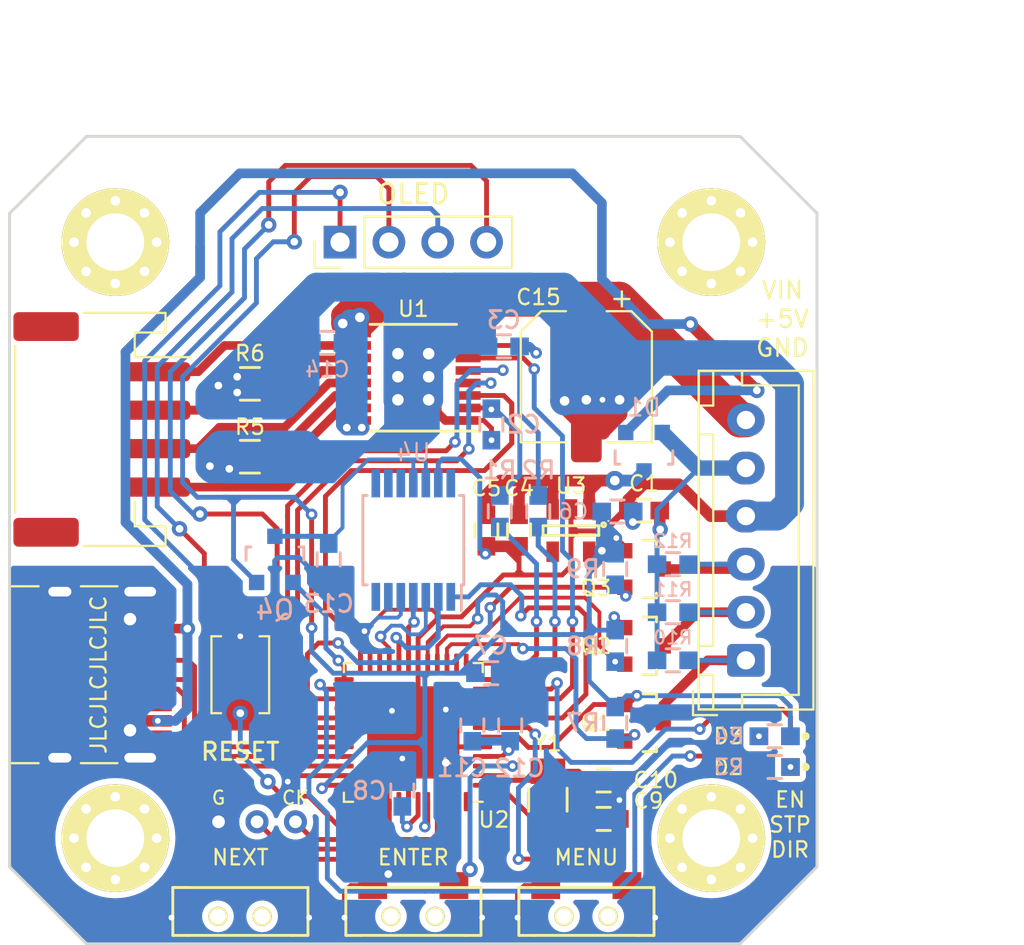
<source format=kicad_pcb>
(kicad_pcb (version 20221018) (generator pcbnew)
  (layers (0 "F.Cu" signal) (31 "B.Cu" signal) (34 "B.Paste" user) (35 "F.Paste" user) (36 "B.SilkS" user "B.Silkscreen") (37 "F.SilkS" user "F.Silkscreen") (38 "B.Mask" user) (39 "F.Mask" user) (44 "Edge.Cuts" user))
  (net 0 "")
  (net 1 "GND")
  (net 2 "+3V3")
  (net 3 "Net-(C10-Pad2)")
  (net 4 "Net-(C13-Pad2)")
  (net 5 "Net-(R5-Pad2)")
  (net 6 "/MOSI")
  (net 7 "Net-(U3-Pad4)")
  (net 8 "/MISO")
  (net 9 "/5V")
  (net 10 "Net-(C2-Pad2)")
  (net 11 "Net-(C3-Pad2)")
  (net 12 "Net-(C4-Pad2)")
  (net 13 "Net-(C8-Pad1)")
  (net 14 "Net-(C9-Pad2)")
  (net 15 "/AREF")
  (net 16 "/VIN")
  (net 17 "/VBUS")
  (net 18 "/D13")
  (net 19 "Net-(D2-Pad1)")
  (net 20 "/D8")
  (net 21 "Net-(D3-Pad2)")
  (net 22 "Net-(J1-Pad1)")
  (net 23 "Net-(J1-Pad2)")
  (net 24 "Net-(J1-Pad3)")
  (net 25 "Net-(J1-Pad4)")
  (net 26 "/EN")
  (net 27 "/STP")
  (net 28 "/DIR")
  (net 29 "Net-(P1-PadA6)")
  (net 30 "Net-(P1-PadA5)")
  (net 31 "Net-(P1-PadB5)")
  (net 32 "Net-(P1-PadA7)")
  (net 33 "/SWCLK")
  (net 34 "/SWDIO")
  (net 35 "/D1")
  (net 36 "/D0")
  (net 37 "/D10")
  (net 38 "/D11")
  (net 39 "/D4")
  (net 40 "/D9")
  (net 41 "Net-(R6-Pad2)")
  (net 42 "/A0")
  (net 43 "/A1")
  (net 44 "/A5")
  (net 45 "/RESET")
  (net 46 "/D5")
  (net 47 "/D6")
  (net 48 "/D7")
  (net 49 "/A4")
  (net 50 "/A2")
  (net 51 "/A3")
  (net 52 "/D3")
  (net 53 "/SCK")
  (net 54 "Net-(U2-Pad22)")
  (net 55 "/D2")
  (net 56 "/D12")
  (net 57 "/SDA")
  (net 58 "/SCL")
  (net 59 "/TXD")
  (net 60 "/RXD")
  (net 61 "Net-(U2-Pad39)")
  (net 62 "Net-(U2-Pad41)")
  (net 63 "Net-(U2-Pad48)")
  (net 64 "Net-(U4-Pad6)")
  (net 65 "Net-(U4-Pad7)")
  (net 66 "Net-(U4-Pad8)")
  (net 67 "Net-(U4-Pad9)")
  (net 68 "Net-(U4-Pad10)")
  (net 69 "Net-(U4-Pad14)")
  (footprint "NewLibCool:0603_C" (layer "F.Cu") (at 112.42325 98.46)
    (fp_text reference "C1")
    (fp_text value "0.1uF" hide)
  )
  (footprint "NewLibCool:0603_C" (layer "F.Cu") (at 105.92325 99.5 90)
    (fp_text reference "C4")
    (fp_text value "0.1uF" hide)
  )
  (footprint "NewLibCool:0603_C" (layer "F.Cu") (at 104.22325 99.5 90)
    (fp_text reference "C5")
    (fp_text value "0.1uF" hide)
  )
  (footprint "NewLibCool:0603_C" (layer "F.Cu") (at 110.32325 112.5 180)
    (fp_text reference "C9")
    (fp_text value "10pF" hide)
  )
  (footprint "NewLibCool:0603_C" (layer "F.Cu") (at 110.32325 114.5 180)
    (fp_text reference "C10")
    (fp_text value "10pF" hide)
  )
  (footprint "Capacitor_SMD:CP_Elec_6.3x5.4_Nichicon" (layer "F.Cu") (at 109.42325 91.5 -90)
    (fp_text reference "C15")
    (fp_text value "100uF")
  )
  (footprint "NewLibCool:0603_LED" (layer "F.Cu") (at 119.22325 111.8 180)
    (fp_text reference "D2")
    (fp_text value "LED" hide)
  )
  (footprint "NewLibCool:0603_LED" (layer "F.Cu") (at 119.22325 110.2 180)
    (fp_text reference "D3")
    (fp_text value "LED" hide)
  )
  (footprint "Connector_JST:JST_XH_B6B-XH-A_1x06_P2.50mm_Vertical" (layer "F.Cu") (at 117.72325 106.25 90)
    (fp_text reference "J2" hide)
    (fp_text value "Conn_01x06_Male")
  )
  (footprint "NewLibCool:USB-Type-C-NEW" (layer "F.Cu") (at 87.13325 107 -90)
    (fp_text reference "P1" hide)
    (fp_text value "USB_C__USB2.0" hide)
  )
  (footprint "NewLibCool:JLINK3" (layer "F.Cu") (at 91.29325 114.65 -90)
    (fp_text reference "P2" hide)
    (fp_text value "CONN_01X03" hide)
  )
  (footprint "NewLibCool:SOT-23" (layer "F.Cu") (at 112.42325 109.5 -90)
    (fp_text reference "Q1")
    (fp_text value "BSS138")
  )
  (footprint "NewLibCool:SOT-23" (layer "F.Cu") (at 112.42325 105.5 -90)
    (fp_text reference "Q2")
    (fp_text value "BSS138")
  )
  (footprint "NewLibCool:SOT-23" (layer "F.Cu") (at 112.42325 101.5 -90)
    (fp_text reference "Q3")
    (fp_text value "BSS138")
  )
  (footprint "NewLibCool:0805_R" (layer "F.Cu") (at 91.92325 95.66)
    (fp_text reference "R5")
    (fp_text value "0.1R" hide)
  )
  (footprint "NewLibCool:0805_R" (layer "F.Cu") (at 91.92325 91.87)
    (fp_text reference "R6")
    (fp_text value "0.1R" hide)
  )
  (footprint "NewLibCool:SWITCH_PUSH" (layer "F.Cu") (at 100.42325 118.8)
    (fp_text reference "SW1" hide)
    (fp_text value "ENTER" hide)
  )
  (footprint "NewLibCool:SWITCH_PUSH" (layer "F.Cu") (at 109.42325 118.8)
    (fp_text reference "SW2" hide)
    (fp_text value "MENU" hide)
  )
  (footprint "NewLibCool:SWITCH_PUSH" (layer "F.Cu") (at 91.42325 118.8)
    (fp_text reference "SW3" hide)
    (fp_text value "NEXT" hide)
  )
  (footprint "NewLibCool:switchx3x4" (layer "F.Cu") (at 91.42325 107 90)
    (fp_text reference "SW4" hide)
    (fp_text value "RESET")
  )
  (footprint "Package_SO:TSSOP-16-1EP_4.4x5mm_P0.65mm" (layer "F.Cu") (at 100.42325 91.5 180)
    (fp_text reference "U1")
    (fp_text value "A4954")
  )
  (footprint "NewLibCool:QFN-48-1EP_7x7mm_P0.5mm_ATSAMD21G18" (layer "F.Cu") (at 100.42325 110 180)
    (fp_text reference "U2")
    (fp_text value "ATSAMD21G18A-MF")
  )
  (footprint "NewLibCool:SOT23-5" (layer "F.Cu") (at 108.62325 99.5 -90)
    (fp_text reference "U3")
    (fp_text value "SPX3819")
  )
  (footprint "NewLibCool:OSC_32.768_Mini" (layer "F.Cu") (at 107.42325 113.5 -90)
    (fp_text reference "Y1")
    (fp_text value "32.768KHz")
  )
  (footprint "NewLibCool:O_5.6_3mm" (layer "F.Cu") (at 84.92325 84.5)
    (fp_text reference "P1" hide)
    (fp_text value "CONN_1" hide)
  )
  (footprint "NewLibCool:O_5.6_3mm" (layer "F.Cu") (at 115.92325 84.5)
    (fp_text reference "P1" hide)
    (fp_text value "CONN_1" hide)
  )
  (footprint "NewLibCool:O_5.6_3mm" (layer "F.Cu") (at 84.92325 115.5)
    (fp_text reference "P1" hide)
    (fp_text value "CONN_1" hide)
  )
  (footprint "NewLibCool:O_5.6_3mm" (layer "F.Cu") (at 115.92325 115.5)
    (fp_text reference "P1" hide)
    (fp_text value "CONN_1" hide)
  )
  (footprint "Connector_JST:JST_PH_S4B-PH-SM4-TB_1x04-1MP_P2.00mm_Horizontal" (layer "F.Cu") (at 84.22325 94.24 -90)
    (fp_text reference "J1" hide)
    (fp_text value "CONN_01X04")
  )
  (footprint "Connector_PinHeader_2.54mm:PinHeader_1x04_P2.54mm_Vertical" (layer "F.Cu") (at 96.61325 84.5 90)
    (fp_text reference "J3" hide)
    (fp_text value "CONN_01X04")
  )
  (footprint "NewLibCool:0603_C" (layer "B.Cu") (at 104.48325 93.98 90)
    (fp_text reference "C2")
    (fp_text value "0.1uF" hide)
  )
  (footprint "NewLibCool:0603_C" (layer "B.Cu") (at 105.13325 89.92)
    (fp_text reference "C3")
    (fp_text value "0.1uF" hide)
  )
  (footprint "NewLibCool:0603_C" (layer "B.Cu") (at 111.04325 98.51 180)
    (fp_text reference "C6")
    (fp_text value "0.1uF" hide)
  )
  (footprint "NewLibCool:0603_C" (layer "B.Cu") (at 104.47325 106.92 180)
    (fp_text reference "C7")
    (fp_text value "0.1uF" hide)
  )
  (footprint "NewLibCool:0603_C" (layer "B.Cu") (at 99.85325 113.03 90)
    (fp_text reference "C8")
    (fp_text value "1uF" hide)
  )
  (footprint "NewLibCool:0603_C" (layer "B.Cu") (at 103.49325 109.64 -90)
    (fp_text reference "C11")
    (fp_text value "0.1uF" hide)
  )
  (footprint "NewLibCool:0603_C" (layer "B.Cu") (at 105.46325 109.64 -90)
    (fp_text reference "C12")
    (fp_text value "4.7uF" hide)
  )
  (footprint "NewLibCool:0603_C" (layer "B.Cu") (at 96.02325 101 90)
    (fp_text reference "C13")
    (fp_text value "0.1uF" hide)
  )
  (footprint "NewLibCool:0603_C" (layer "B.Cu") (at 95.94325 89.74)
    (fp_text reference "C14")
    (fp_text value "0.1uF" hide)
  )
  (footprint "NewLibCool:SOT-23" (layer "B.Cu") (at 112.42325 95.4)
    (fp_text reference "D1")
    (fp_text value "BAT54C" hide)
  )
  (footprint "NewLibCool:SOT-23-L" (layer "B.Cu") (at 93.22325 101 180)
    (fp_text reference "Q4")
    (fp_text value "AO3401A" hide)
  )
  (footprint "NewLibCool:0603_R" (layer "B.Cu") (at 104.92325 98.5 -90)
    (fp_text reference "R1")
    (fp_text value "3.3K" hide)
  )
  (footprint "NewLibCool:0603_R" (layer "B.Cu") (at 106.92325 98.5 -90)
    (fp_text reference "R2")
    (fp_text value "3.3K" hide)
  )
  (footprint "NewLibCool:0603_R" (layer "B.Cu") (at 119.22325 111.8 180)
    (fp_text reference "R3")
    (fp_text value "3.3K" hide)
  )
  (footprint "NewLibCool:0603_R" (layer "B.Cu") (at 119.21325 110.2)
    (fp_text reference "R4")
    (fp_text value "3.3K" hide)
  )
  (footprint "NewLibCool:0603_R" (layer "B.Cu") (at 110.92325 109.5 90)
    (fp_text reference "R7")
    (fp_text value "10K" hide)
  )
  (footprint "NewLibCool:0603_R" (layer "B.Cu") (at 110.92325 105.5 90)
    (fp_text reference "R8")
    (fp_text value "10K" hide)
  )
  (footprint "NewLibCool:0603_R" (layer "B.Cu") (at 110.92325 101.5 90)
    (fp_text reference "R9")
    (fp_text value "10K" hide)
  )
  (footprint "NewLibCool:0603_R" (layer "B.Cu") (at 113.92325 106.25 180)
    (fp_text reference "R10")
    (fp_text value "10K" hide)
  )
  (footprint "NewLibCool:0603_R" (layer "B.Cu") (at 113.92325 103.75 180)
    (fp_text reference "R11")
    (fp_text value "10K" hide)
  )
  (footprint "NewLibCool:0603_R" (layer "B.Cu") (at 113.92325 101.25 180)
    (fp_text reference "R12")
    (fp_text value "10K" hide)
  )
  (footprint "Package_SO:TSSOP-14_4.4x5mm_P0.65mm" (layer "B.Cu") (at 100.42325 100 90)
    (fp_text reference "U4")
    (fp_text value "AS5047D" hide)
  )
  (gr_line (start 121.42325 83) (end 121.42325 117) (stroke (width 0.15)) (layer "Edge.Cuts"))
  (gr_line (start 117.42325 79) (end 83.42325 79) (stroke (width 0.15)) (layer "Edge.Cuts"))
  (gr_line (start 79.42325 83) (end 83.42325 79) (stroke (width 0.15)) (layer "Edge.Cuts"))
  (gr_line (start 121.42325 117) (end 117.42325 121) (stroke (width 0.15)) (layer "Edge.Cuts"))
  (gr_line (start 79.42325 117) (end 83.42325 121) (stroke (width 0.15)) (layer "Edge.Cuts"))
  (gr_line (start 79.42325 83) (end 79.42325 117) (stroke (width 0.15)) (layer "Edge.Cuts"))
  (gr_line (start 83.42325 121) (end 117.42325 121) (stroke (width 0.15)) (layer "Edge.Cuts"))
  (gr_line (start 117.42325 79) (end 121.42325 83) (stroke (width 0.15)) (layer "Edge.Cuts"))
  (gr_text "+5V" (at 119.62325 88.5) (layer "F.SilkS") (effects (font (size 0.9 0.9) (thickness 0.13))))
  (gr_text "GND" (at 119.62325 90) (layer "F.SilkS") (effects (font (size 0.9 0.9) (thickness 0.13))))
  (gr_text "EN" (at 120.02325 113.5) (layer "F.SilkS") (effects (font (size 0.8 0.8) (thickness 0.12))))
  (gr_text "STP" (at 120.02325 114.8) (layer "F.SilkS") (effects (font (size 0.8 0.8) (thickness 0.12))))
  (gr_text "DIR" (at 120.02325 116.1) (layer "F.SilkS") (effects (font (size 0.8 0.8) (thickness 0.12))))
  (gr_text "G" (at 90.29325 113.4) (layer "F.SilkS") (effects (font (size 0.7 0.7) (thickness 0.11))))
  (gr_text "ENTER" (at 100.42325 116.5) (layer "F.SilkS") (effects (font (size 0.8 0.8) (thickness 0.12))))
  (gr_text "VIN" (at 119.62325 87) (layer "F.SilkS") (effects (font (size 0.9 0.9) (thickness 0.13))))
  (gr_text "CK" (at 94.29325 113.4) (layer "F.SilkS") (effects (font (size 0.7 0.7) (thickness 0.11))))
  (gr_text "JLCJLCJLCJLC" (at 84.05325 107 90) (layer "F.SilkS") (effects (font (size 0.8 0.8) (thickness 0.12))))
  (gr_text "NEXT" (at 91.42325 116.5) (layer "F.SilkS") (effects (font (size 0.8 0.8) (thickness 0.12))))
  (gr_text "MENU" (at 109.42325 116.5) (layer "F.SilkS") (effects (font (size 0.8 0.8) (thickness 0.12))))
  (gr_text "OLED" (at 100.42325 82) (layer "F.SilkS") (effects (font (size 1 1))))
  (segment (start 102.11325 108.81) (end 100.92325 110) (width 0.254) (layer "F.Cu") (net 1))
  (segment (start 100.92325 110) (end 100.42325 110) (width 0.254) (layer "F.Cu") (net 1))
  (segment (start 99.85325 111.36) (end 100.42325 110.79) (width 0.254) (layer "F.Cu") (net 1))
  (segment (start 100.42325 110.79) (end 100.42325 110) (width 0.254) (layer "F.Cu") (net 1))
  (segment (start 90.71325 96.15) (end 90.85325 96.29) (width 0.45) (layer "F.Cu") (net 1))
  (segment (start 96.84185 118.2914) (end 97.16505 117.9682) (width 0.254) (layer "F.Cu") (net 1))
  (segment (start 97.16505 117.9682) (end 98.31053 117.9682) (width 0.254) (layer "F.Cu") (net 1))
  (segment (start 87.84185 118.2714) (end 88.14505 117.9682) (width 0.254) (layer "F.Cu") (net 1))
  (segment (start 88.14505 117.9682) (end 89.31053 117.9682) (width 0.254) (layer "F.Cu") (net 1))
  (segment (start 105.84185 118.3314) (end 106.20505 117.9682) (width 0.254) (layer "F.Cu") (net 1))
  (segment (start 106.20505 117.9682) (end 107.31053 117.9682) (width 0.254) (layer "F.Cu") (net 1))
  (segment (start 98.52505 117.9682) (end 99.12325 117.37) (width 0.254) (layer "F.Cu") (net 1))
  (segment (start 102.11325 111.58) (end 100.53325 110) (width 0.254) (layer "F.Cu") (net 1))
  (segment (start 100.53325 110) (end 100.42325 110) (width 0.254) (layer "F.Cu") (net 1))
  (segment (start 87.13325 102.72) (end 87.09325 102.68) (width 0.254) (layer "F.Cu") (net 1))
  (segment (start 87.09325 102.68) (end 86.21825 102.68) (width 0.254) (layer "F.Cu") (net 1))
  (segment (start 87.13325 111.46) (end 86.99325 111.32) (width 0.254) (layer "F.Cu") (net 1))
  (segment (start 86.99325 111.32) (end 86.21825 111.32) (width 0.254) (layer "F.Cu") (net 1))
  (segment (start 94.20325 112.25) (end 93.89325 112.56) (width 0.254) (layer "F.Cu") (net 1))
  (segment (start 111.14325 113.52) (end 111.14325 114.5) (width 0.254) (layer "F.Cu") (net 1))
  (segment (start 102.09075 89.225) (end 101.15825 90.1575) (width 0.254) (layer "F.Cu") (net 1))
  (segment (start 102.09075 89.225) (end 101.15825 90.1575) (width 0.45) (layer "F.Cu") (net 1))
  (segment (start 102.09075 93.775) (end 101.15825 92.8425) (width 0.45) (layer "F.Cu") (net 1))
  (segment (start 101.15825 92.8425) (end 101.22325 92.7) (width 0.45) (layer "F.Cu") (net 1))
  (segment (start 101.17325 110.75) (end 100.42325 110) (width 0.254) (layer "F.Cu") (net 1))
  (segment (start 98.17325 112.25) (end 100.42325 110) (width 0.254) (layer "F.Cu") (net 1))
  (segment (start 100.67325 109.75) (end 100.42325 110) (width 0.254) (layer "F.Cu") (net 1))
  (segment (start 100.17325 110.25) (end 100.42325 110) (width 0.254) (layer "F.Cu") (net 1))
  (segment (start 109.07325 95.22) (end 109.07325 93.05) (width 0.6) (layer "F.Cu") (net 1))
  (segment (start 109.07325 93.05) (end 109.42325 92.7) (width 0.6) (layer "F.Cu") (net 1))
  (segment (start 109.42325 93.52) (end 109.42325 92.7) (width 0.8) (layer "F.Cu") (net 1))
  (segment (start 109.42325 94.86) (end 109.42325 94.87) (width 0.6) (layer "F.Cu") (net 1))
  (segment (start 109.42325 94.43) (end 109.42325 94.87) (width 0.8) (layer "F.Cu") (net 1))
  (segment (start 109.42325 94.47) (end 109.42325 92.7) (width 0.8) (layer "F.Cu") (net 1))
  (segment (start 90.70325 91.54) (end 90.28325 91.96) (width 0.45) (layer "F.Cu") (net 1))
  (segment (start 90.71325 96.15) (end 90.85325 96.29) (width 0.8) (layer "F.Cu") (net 1))
  (segment (start 90.06325 96.15) (end 90.55325 95.66) (width 0.8) (layer "F.Cu") (net 1))
  (segment (start 90.38325 91.86) (end 90.28325 91.96) (width 1) (layer "F.Cu") (net 1))
  (segment (start 104.08825 93.775) (end 104.49325 94.18) (width 0.254) (layer "F.Cu") (net 1))
  (segment (start 104.49325 94.18) (end 104.49325 94.8) (width 0.254) (layer "F.Cu") (net 1))
  (segment (start 101.15825 91.135) (end 101.22325 91.2) (width 0.45) (layer "F.Cu") (net 1))
  (segment (start 101.08075 91.3425) (end 101.22325 91.2) (width 0.45) (layer "F.Cu") (net 1))
  (segment (start 89.98325 96.29) (end 89.84325 96.15) (width 0.6) (layer "F.Cu") (net 1))
  (segment (start 109.42325 93.89) (end 108.29325 92.76) (width 1.2) (layer "F.Cu") (net 1))
  (segment (start 111.09325 92.76) (end 111.15325 92.7) (width 1.2) (layer "F.Cu") (net 1))
  (segment (start 110.26325 92.7) (end 111.15325 92.7) (width 0.8) (layer "F.Cu") (net 1))
  (segment (start 111.09325 92.76) (end 111.15325 92.7) (width 1.5) (layer "F.Cu") (net 1))
  (segment (start 108.62325 101.35) (end 108.16325 101.81) (width 0.254) (layer "F.Cu") (net 1))
  (segment (start 105.92325 100.95) (end 105.92325 100.32) (width 0.254) (layer "F.Cu") (net 1))
  (segment (start 106.29325 101.81) (end 106.34325 101.81) (width 0.254) (layer "F.Cu") (net 1))
  (segment (start 105.92325 101.13) (end 105.11325 100.32) (width 0.254) (layer "F.Cu") (net 1))
  (segment (start 105.11325 100.32) (end 105.92325 100.32) (width 0.6) (layer "F.Cu") (net 1))
  (segment (start 105.92325 100.86) (end 105.43325 100.37) (width 0.254) (layer "F.Cu") (net 1))
  (segment (start 105.43325 100.37) (end 104.78325 100.37) (width 0.254) (layer "F.Cu") (net 1))
  (segment (start 104.78325 100.37) (end 104.78325 100.32) (width 0.254) (layer "F.Cu") (net 1))
  (segment (start 104.78325 100.32) (end 105.11325 100.32) (width 0.6) (layer "F.Cu") (net 1))
  (segment (start 110.26825 94.365) (end 109.42325 93.52) (width 0.8) (layer "F.Cu") (net 1))
  (segment (start 110.26825 94.325) (end 111.15325 93.44) (width 0.8) (layer "F.Cu") (net 1))
  (segment (start 115.89325 98.75) (end 114.23325 97.09) (width 0.6) (layer "F.Cu") (net 1))
  (segment (start 114.23325 97.09) (end 112.40325 97.09) (width 0.6) (layer "F.Cu") (net 1))
  (segment (start 112.40325 97.09) (end 111.60325 97.89) (width 0.6) (layer "F.Cu") (net 1))
  (segment (start 111.60325 97.89) (end 111.60325 98.46) (width 0.6) (layer "F.Cu") (net 1))
  (segment (start 111.60325 98.82) (end 111.84325 99.06) (width 0.254) (layer "F.Cu") (net 1))
  (segment (start 108.62325 99.21) (end 108.93325 99.52) (width 0.254) (layer "F.Cu") (net 1))
  (segment (start 108.93325 99.52) (end 108.96325 99.52) (width 0.254) (layer "F.Cu") (net 1))
  (segment (start 110.28325 99.52) (end 111.34325 98.46) (width 0.254) (layer "F.Cu") (net 1))
  (segment (start 111.34325 98.46) (end 111.60325 98.46) (width 0.254) (layer "F.Cu") (net 1))
  (segment (start 109.74325 99.52) (end 110.28325 99.52) (width 0.254) (layer "F.Cu") (net 1))
  (segment (start 110.41325 99.52) (end 111.47325 98.46) (width 0.254) (layer "F.Cu") (net 1))
  (segment (start 111.47325 98.46) (end 111.60325 98.46) (width 0.254) (layer "F.Cu") (net 1))
  (segment (start 108.62325 100.18) (end 108.62325 101.35) (width 0.254) (layer "F.Cu") (net 1))
  (segment (start 108.62325 99.86) (end 108.96325 99.52) (width 0.254) (layer "F.Cu") (net 1))
  (segment (start 108.96325 99.52) (end 109.74325 99.52) (width 0.254) (layer "F.Cu") (net 1))
  (segment (start 108.62325 100.11) (end 108.62325 100.18) (width 0.254) (layer "F.Cu") (net 1))
  (segment (start 108.62325 99.69) (end 108.79325 99.52) (width 0.254) (layer "F.Cu") (net 1))
  (segment (start 108.79325 99.52) (end 108.93325 99.52) (width 0.254) (layer "F.Cu") (net 1))
  (segment (start 105.10325 101.81) (end 105.72325 101.81) (width 0.254) (layer "F.Cu") (net 1))
  (segment (start 105.92325 101.61) (end 105.72325 101.81) (width 0.254) (layer "F.Cu") (net 1))
  (segment (start 105.72325 101.81) (end 106.29325 101.81) (width 0.254) (layer "F.Cu") (net 1))
  (segment (start 106.34325 101.81) (end 108.16325 101.81) (width 0.254) (layer "F.Cu") (net 1))
  (segment (start 106.12325 101.81) (end 105.92325 101.61) (width 0.254) (layer "F.Cu") (net 1))
  (segment (start 104.17325 100.71) (end 104.22325 100.66) (width 0.254) (layer "F.Cu") (net 1))
  (segment (start 104.22325 100.66) (end 104.22325 100.32) (width 0.254) (layer "F.Cu") (net 1))
  (segment (start 100.67325 105.09) (end 101.40325 104.36) (width 0.254) (layer "F.Cu") (net 1))
  (segment (start 101.77325 103.99) (end 102.44325 103.99) (width 0.254) (layer "F.Cu") (net 1))
  (segment (start 102.92325 103.99) (end 105.10325 101.81) (width 0.254) (layer "F.Cu") (net 1))
  (segment (start 97.88325 104.73) (end 98.99325 103.62) (width 0.2) (layer "F.Cu") (net 1))
  (segment (start 98.99325 103.62) (end 101.40325 103.62) (width 0.2) (layer "F.Cu") (net 1))
  (segment (start 101.40325 103.62) (end 101.63325 103.85) (width 0.2) (layer "F.Cu") (net 1))
  (segment (start 101.63325 103.85) (end 101.77325 103.99) (width 0.2) (layer "F.Cu") (net 1))
  (segment (start 101.63325 104.11) (end 101.40325 104.34) (width 0.2) (layer "F.Cu") (net 1))
  (segment (start 101.40325 104.34) (end 101.40325 104.36) (width 0.2) (layer "F.Cu") (net 1))
  (segment (start 101.40325 104.36) (end 101.77325 103.99) (width 0.254) (layer "F.Cu") (net 1))
  (segment (start 105.92325 100.95) (end 105.92325 101.15) (width 0.254) (layer "F.Cu") (net 1))
  (segment (start 87.13325 110.2) (end 87.13325 111.46) (width 0.254) (layer "F.Cu") (net 1))
  (segment (start 105.92325 101.15) (end 105.92325 101.13) (width 0.254) (layer "F.Cu") (net 1))
  (segment (start 103.19825 89.225) (end 102.09075 89.225) (width 0.45) (layer "F.Cu") (net 1))
  (segment (start 96.84185 119.6318) (end 95.00465 119.6318) (width 0.254) (layer "F.Cu") (net 1))
  (segment (start 111.14325 112.5) (end 111.14325 113.52) (width 0.254) (layer "F.Cu") (net 1))
  (segment (start 100.67325 106.4) (end 100.67325 105.09) (width 0.254) (layer "F.Cu") (net 1))
  (segment (start 96.84185 119.6318) (end 96.84185 118.2914) (width 0.254) (layer "F.Cu") (net 1))
  (segment (start 105.92325 101.15) (end 105.92325 101.61) (width 0.254) (layer "F.Cu") (net 1))
  (segment (start 96.61325 84.5) (end 96.61325 81.91) (width 0.254) (layer "F.Cu") (net 1))
  (segment (start 100.17325 113.6) (end 100.17325 110.25) (width 0.254) (layer "F.Cu") (net 1))
  (segment (start 100.67325 106.4) (end 100.67325 109.75) (width 0.254) (layer "F.Cu") (net 1))
  (segment (start 101.63325 103.85) (end 101.63325 104.11) (width 0.2) (layer "F.Cu") (net 1))
  (segment (start 90.70325 91.5) (end 91.26325 91.5) (width 0.45) (layer "F.Cu") (net 1))
  (segment (start 108.62325 98.4) (end 108.62325 100.11) (width 0.254) (layer "F.Cu") (net 1))
  (segment (start 108.62325 100.18) (end 108.62325 99.86) (width 0.254) (layer "F.Cu") (net 1))
  (segment (start 105.84185 119.6318) (end 105.84185 118.3314) (width 0.254) (layer "F.Cu") (net 1))
  (segment (start 108.29325 92.76) (end 111.09325 92.76) (width 1.5) (layer "F.Cu") (net 1))
  (segment (start 104.22325 100.32) (end 104.78325 100.32) (width 0.6) (layer "F.Cu") (net 1))
  (segment (start 90.68325 92.32) (end 91.26325 92.32) (width 0.45) (layer "F.Cu") (net 1))
  (segment (start 96.82325 112.25) (end 94.20325 112.25) (width 0.254) (layer "F.Cu") (net 1))
  (segment (start 108.62325 98.4) (end 108.62325 99.21) (width 0.254) (layer "F.Cu") (net 1))
  (segment (start 117.72325 98.75) (end 115.89325 98.75) (width 0.6) (layer "F.Cu") (net 1))
  (segment (start 111.15325 92.7) (end 109.42325 94.43) (width 0.8) (layer "F.Cu") (net 1))
  (segment (start 111.15325 92.7) (end 111.15325 93.44) (width 0.8) (layer "F.Cu") (net 1))
  (segment (start 105.92325 101.15) (end 105.92325 100.86) (width 0.254) (layer "F.Cu") (net 1))
  (segment (start 96.82325 112.25) (end 98.17325 112.25) (width 0.254) (layer "F.Cu") (net 1))
  (segment (start 90.28325 91.92) (end 90.84325 91.92) (width 1) (layer "F.Cu") (net 1))
  (segment (start 109.42325 94.86) (end 109.42325 94.47) (width 0.8) (layer "F.Cu") (net 1))
  (segment (start 109.42325 94.2) (end 109.42325 93.89) (width 1.2) (layer "F.Cu") (net 1))
  (segment (start 106.34325 101.81) (end 106.12325 101.81) (width 0.254) (layer "F.Cu") (net 1))
  (segment (start 87.13325 103.8) (end 87.13325 102.72) (width 0.254) (layer "F.Cu") (net 1))
  (segment (start 109.74325 99.52) (end 110.41325 99.52) (width 0.254) (layer "F.Cu") (net 1))
  (segment (start 103.19825 93.775) (end 104.08825 93.775) (width 0.254) (layer "F.Cu") (net 1))
  (segment (start 108.62325 100.11) (end 108.62325 99.69) (width 0.254) (layer "F.Cu") (net 1))
  (segment (start 103.19825 93.775) (end 102.09075 93.775) (width 0.45) (layer "F.Cu") (net 1))
  (segment (start 99.68825 91.3425) (end 101.08075 91.3425) (width 0.45) (layer "F.Cu") (net 1))
  (segment (start 105.84185 119.6318) (end 104.00465 119.6318) (width 0.254) (layer "F.Cu") (net 1))
  (segment (start 111.60325 98.46) (end 111.60325 98.82) (width 0.254) (layer "F.Cu") (net 1))
  (segment (start 102.44325 103.99) (end 102.92325 103.99) (width 0.254) (layer "F.Cu") (net 1))
  (segment (start 87.84185 119.6318) (end 87.84185 118.2714) (width 0.254) (layer "F.Cu") (net 1))
  (segment (start 109.42325 92.7) (end 110.26325 92.7) (width 0.8) (layer "F.Cu") (net 1))
  (segment (start 104.02325 110.75) (end 101.17325 110.75) (width 0.254) (layer "F.Cu") (net 1))
  (segment (start 110.26825 94.365) (end 110.26825 94.325) (width 0.8) (layer "F.Cu") (net 1))
  (segment (start 117.42325 98.75) (end 115.89325 98.75) (width 0.6) (layer "F.Cu") (net 1))
  (segment (start 90.85325 96.29) (end 89.98325 96.29) (width 0.6) (layer "F.Cu") (net 1))
  (segment (start 89.84325 96.15) (end 90.06325 96.15) (width 0.8) (layer "F.Cu") (net 1))
  (segment (start 98.31053 117.9682) (end 98.52505 117.9682) (width 0.254) (layer "F.Cu") (net 1))
  (via (at 99.31325 108.88) (size 0.6) (drill 0.3) (layers "F.Cu" "B.Cu") (net 1))
  (via (at 113.00465 119.6318) (size 0.6) (drill 0.3) (layers "F.Cu" "B.Cu") (net 1))
  (via (at 99.85325 111.36) (size 0.6) (drill 0.3) (layers "F.Cu" "B.Cu") (net 1))
  (via (at 96.84185 119.6318) (size 0.6) (drill 0.3) (layers "F.Cu" "B.Cu") (net 1))
  (via (at 111.84325 99.06) (size 0.8) (drill 0.4) (layers "F.Cu" "B.Cu") (net 1))
  (via (at 109.42325 92.7) (size 1) (drill 0.5) (layers "F.Cu" "B.Cu") (net 1))
  (via (at 90.85325 96.29) (size 0.8) (drill 0.4) (layers "F.Cu" "B.Cu") (net 1))
  (via (at 91.26325 92.32) (size 0.8) (drill 0.4) (layers "F.Cu" "B.Cu") (net 1))
  (via (at 104.49325 94.8) (size 0.6) (drill 0.3) (layers "F.Cu" "B.Cu") (net 1))
  (via (at 91.26325 91.5) (size 0.8) (drill 0.4) (layers "F.Cu" "B.Cu") (net 1))
  (via (at 96.61325 81.91) (size 0.8) (drill 0.4) (layers "F.Cu" "B.Cu") (net 1))
  (via (at 105.84185 119.6318) (size 0.6) (drill 0.3) (layers "F.Cu" "B.Cu") (net 1))
  (via (at 102.11325 111.58) (size 0.8) (drill 0.4) (layers "F.Cu" "B.Cu") (net 1))
  (via (at 87.84185 119.6318) (size 0.6) (drill 0.3) (layers "F.Cu" "B.Cu") (net 1))
  (via (at 89.84325 96.15) (size 0.8) (drill 0.4) (layers "F.Cu" "B.Cu") (net 1))
  (via (at 110.26325 92.7) (size 0.6) (drill 0.3) (layers "F.Cu" "B.Cu") (net 1))
  (via (at 104.00465 119.6318) (size 0.6) (drill 0.3) (layers "F.Cu" "B.Cu") (net 1))
  (via (at 102.11325 108.81) (size 0.6) (drill 0.3) (layers "F.Cu" "B.Cu") (net 1))
  (via (at 108.29325 92.76) (size 1) (drill 0.5) (layers "F.Cu" "B.Cu") (net 1))
  (via (at 91.42325 105) (size 0.6) (drill 0.3) (layers "F.Cu" "B.Cu") (net 1))
  (via (at 90.28325 91.96) (size 0.8) (drill 0.4) (layers "F.Cu" "B.Cu") (net 1))
  (via (at 111.15325 92.7) (size 1) (drill 0.5) (layers "F.Cu" "B.Cu") (net 1))
  (via (at 95.00465 119.6318) (size 0.6) (drill 0.3) (layers "F.Cu" "B.Cu") (net 1))
  (via (at 104.17325 100.71) (size 0.6) (drill 0.3) (layers "F.Cu" "B.Cu") (net 1))
  (via (at 111.14325 113.52) (size 0.6) (drill 0.3) (layers "F.Cu" "B.Cu") (net 1))
  (via (at 93.89325 112.56) (size 0.6) (drill 0.3) (layers "F.Cu" "B.Cu") (net 1))
  (via (at 99.12325 117.37) (size 0.8) (drill 0.4) (layers "F.Cu" "B.Cu") (net 1))
  (via (at 97.88325 104.73) (size 0.6) (drill 0.3) (layers "F.Cu" "B.Cu") (net 1))
  (segment (start 102.12325 108.82) (end 102.11325 108.81) (width 0.254) (layer "B.Cu") (net 1))
  (segment (start 119.30325 98.75) (end 120.21325 97.84) (width 0.6) (layer "B.Cu") (net 1))
  (segment (start 120.21325 97.84) (end 120.21325 95.06) (width 0.6) (layer "B.Cu") (net 1))
  (segment (start 90.29325 113.1) (end 88.51325 111.32) (width 0.254) (layer "B.Cu") (net 1))
  (segment (start 89.98325 96.29) (end 89.84325 96.15) (width 0.45) (layer "B.Cu") (net 1))
  (segment (start 111.15325 92.02) (end 111.43825 91.735) (width 0.8) (layer "B.Cu") (net 1))
  (segment (start 112.48325 90.69) (end 114.36325 90.69) (width 0.8) (layer "B.Cu") (net 1))
  (segment (start 109.42325 88.4) (end 109.42325 88.43) (width 0.8) (layer "B.Cu") (net 1))
  (segment (start 109.42325 89.72) (end 110.92825 91.225) (width 0.8) (layer "B.Cu") (net 1))
  (segment (start 111.43825 91.735) (end 112.48325 90.69) (width 0.8) (layer "B.Cu") (net 1))
  (segment (start 109.42325 90.31) (end 111.15325 92.04) (width 0.8) (layer "B.Cu") (net 1))
  (segment (start 111.15325 92.04) (end 111.15325 92.02) (width 0.8) (layer "B.Cu") (net 1))
  (segment (start 87.84185 119.6318) (end 87.84005 119.63) (width 0.254) (layer "B.Cu") (net 1))
  (segment (start 87.83325 119.63) (end 87.84005 119.63) (width 0.254) (layer "B.Cu") (net 1))
  (segment (start 95.00465 119.6318) (end 95.00325 119.6304) (width 0.254) (layer "B.Cu") (net 1))
  (segment (start 95.00325 119.6304) (end 95.00325 119.63) (width 0.254) (layer "B.Cu") (net 1))
  (segment (start 96.84325 119.6304) (end 96.84185 119.6318) (width 0.254) (layer "B.Cu") (net 1))
  (segment (start 96.84325 119.63) (end 96.84325 119.6304) (width 0.254) (layer "B.Cu") (net 1))
  (segment (start 104.00465 119.6318) (end 104.00325 119.6304) (width 0.254) (layer "B.Cu") (net 1))
  (segment (start 104.00325 119.6304) (end 104.00325 119.63) (width 0.254) (layer "B.Cu") (net 1))
  (segment (start 105.84325 119.6304) (end 105.84185 119.6318) (width 0.254) (layer "B.Cu") (net 1))
  (segment (start 105.84325 119.63) (end 105.84325 119.6304) (width 0.254) (layer "B.Cu") (net 1))
  (segment (start 113.00325 119.6304) (end 113.00465 119.6318) (width 0.254) (layer "B.Cu") (net 1))
  (segment (start 113.00325 119.6304) (end 113.00325 119.63) (width 0.254) (layer "B.Cu") (net 1))
  (segment (start 102.11325 116.75) (end 101.49325 117.37) (width 0.254) (layer "B.Cu") (net 1))
  (segment (start 101.49325 117.37) (end 99.12325 117.37) (width 0.254) (layer "B.Cu") (net 1))
  (segment (start 87.84185 118.4014) (end 90.29325 115.95) (width 0.254) (layer "B.Cu") (net 1))
  (segment (start 90.29325 115.95) (end 90.29325 114.65) (width 0.254) (layer "B.Cu") (net 1))
  (segment (start 85.68825 103.21) (end 86.21825 102.68) (width 0.254) (layer "B.Cu") (net 1))
  (segment (start 85.68825 108.98) (end 85.68825 109.89) (width 0.254) (layer "B.Cu") (net 1))
  (segment (start 85.68825 110.79) (end 86.21825 111.32) (width 0.254) (layer "B.Cu") (net 1))
  (segment (start 93.89325 109.44) (end 92.13325 107.68) (width 0.254) (layer "B.Cu") (net 1))
  (segment (start 116.73325 90.46) (end 116.73325 90.69) (width 0.6) (layer "B.Cu") (net 1))
  (segment (start 116.73325 90.69) (end 116.73325 90.46) (width 0.6) (layer "B.Cu") (net 1))
  (segment (start 116.73325 90.46) (end 116.73325 90.69) (width 0.6) (layer "B.Cu") (net 1))
  (segment (start 116.73325 90.69) (end 119.31325 90.69) (width 0.8) (layer "B.Cu") (net 1))
  (segment (start 87.84185 118.4014) (end 88.18325 118.06) (width 0.254) (layer "B.Cu") (net 1))
  (segment (start 88.18325 118.06) (end 94.36325 118.06) (width 0.254) (layer "B.Cu") (net 1))
  (segment (start 94.36325 118.06) (end 95.00465 118.7014) (width 0.254) (layer "B.Cu") (net 1))
  (segment (start 95.00465 118.7014) (end 95.00465 119.6318) (width 0.254) (layer "B.Cu") (net 1))
  (segment (start 97.43505 119.6318) (end 98.36325 120.56) (width 0.254) (layer "B.Cu") (net 1))
  (segment (start 98.36325 120.56) (end 102.21325 120.56) (width 0.254) (layer "B.Cu") (net 1))
  (segment (start 103.07645 120.56) (end 104.00465 119.6318) (width 0.254) (layer "B.Cu") (net 1))
  (segment (start 102.21325 120.56) (end 103.07645 120.56) (width 0.254) (layer "B.Cu") (net 1))
  (segment (start 112.07645 120.56) (end 113.00465 119.6318) (width 0.254) (layer "B.Cu") (net 1))
  (segment (start 118.40325 112.44) (end 119.94325 113.98) (width 0.254) (layer "B.Cu") (net 1))
  (segment (start 119.94325 113.98) (end 119.94325 117.12) (width 0.254) (layer "B.Cu") (net 1))
  (segment (start 119.94325 117.12) (end 117.43145 119.6318) (width 0.254) (layer "B.Cu") (net 1))
  (segment (start 113.00465 119.6318) (end 117.43145 119.6318) (width 0.254) (layer "B.Cu") (net 1))
  (segment (start 92.41325 81.91) (end 90.36325 83.96) (width 0.254) (layer "B.Cu") (net 1))
  (segment (start 90.36325 83.96) (end 90.36325 86.07) (width 0.254) (layer "B.Cu") (net 1))
  (segment (start 101.22325 88.12) (end 99.94325 86.84) (width 1.5) (layer "B.Cu") (net 1))
  (segment (start 95.40325 86.84) (end 89.84325 92.4) (width 1.5) (layer "B.Cu") (net 1))
  (segment (start 90.71325 96.15) (end 90.85325 96.29) (width 1.5) (layer "B.Cu") (net 1))
  (segment (start 89.98325 96.29) (end 89.84325 96.15) (width 1.5) (layer "B.Cu") (net 1))
  (segment (start 99.62325 90.2) (end 101.22325 88.6) (width 1.5) (layer "B.Cu") (net 1))
  (segment (start 101.22325 88.6) (end 101.22325 88.12) (width 1.5) (layer "B.Cu") (net 1))
  (segment (start 99.94325 86.84) (end 100.80325 87.7) (width 1.5) (layer "B.Cu") (net 1))
  (segment (start 100.80325 87.7) (end 100.80325 91.52) (width 1.5) (layer "B.Cu") (net 1))
  (segment (start 100.80325 91.52) (end 99.62325 92.7) (width 1.5) (layer "B.Cu") (net 1))
  (segment (start 98.24325 86.84) (end 99.16325 86.84) (width 1.5) (layer "B.Cu") (net 1))
  (segment (start 96.02325 86.84) (end 94.79325 88.07) (width 1.5) (layer "B.Cu") (net 1))
  (segment (start 94.79325 88.07) (end 94.79325 89.12) (width 1.5) (layer "B.Cu") (net 1))
  (segment (start 93.52325 96.29) (end 92.49325 96.29) (width 1.5) (layer "B.Cu") (net 1))
  (segment (start 92.41325 91.5) (end 93.55325 90.36) (width 1.5) (layer "B.Cu") (net 1))
  (segment (start 101.60325 89.92) (end 101.22325 90.3) (width 0.45) (layer "B.Cu") (net 1))
  (segment (start 90.36325 86.77) (end 86.45325 90.68) (width 0.254) (layer "B.Cu") (net 1))
  (segment (start 86.45325 90.68) (end 86.45325 98.94) (width 0.254) (layer "B.Cu") (net 1))
  (segment (start 86.45325 98.94) (end 89.33325 101.82) (width 0.254) (layer "B.Cu") (net 1))
  (segment (start 105.46325 107.09) (end 105.29325 106.92) (width 0.254) (layer "B.Cu") (net 1))
  (segment (start 90.28325 91.96) (end 90.27325 91.97) (width 0.45) (layer "B.Cu") (net 1))
  (segment (start 90.24325 91.97) (end 90.27325 91.97) (width 0.45) (layer "B.Cu") (net 1))
  (segment (start 90.90325 91.96) (end 90.28325 91.96) (width 0.45) (layer "B.Cu") (net 1))
  (segment (start 90.48325 91.76) (end 91.00325 91.76) (width 0.45) (layer "B.Cu") (net 1))
  (segment (start 91.00325 91.76) (end 91.26325 91.5) (width 0.45) (layer "B.Cu") (net 1))
  (segment (start 89.84325 93.1) (end 89.84325 92.4) (width 0.45) (layer "B.Cu") (net 1))
  (segment (start 89.84325 91.9) (end 90.24325 91.5) (width 0.45) (layer "B.Cu") (net 1))
  (segment (start 90.24325 91.5) (end 91.26325 91.5) (width 0.45) (layer "B.Cu") (net 1))
  (segment (start 104.49325 94.8) (end 104.48325 94.8) (width 0.254) (layer "B.Cu") (net 1))
  (segment (start 92.39325 96.29) (end 90.85325 96.29) (width 1.5) (layer "B.Cu") (net 1))
  (segment (start 89.98325 96.29) (end 89.84325 96.15) (width 1.5) (layer "B.Cu") (net 1))
  (segment (start 111.09325 92.76) (end 111.15325 92.7) (width 1.2) (layer "B.Cu") (net 1))
  (segment (start 108.29325 88.61) (end 107.59325 87.91) (width 1.5) (layer "B.Cu") (net 1))
  (segment (start 106.52325 86.84) (end 104.98325 86.84) (width 1.5) (layer "B.Cu") (net 1))
  (segment (start 102.93325 86.84) (end 101.98825 86.84) (width 1.5) (layer "B.Cu") (net 1))
  (segment (start 108.24325 86.84) (end 110.17325 88.77) (width 1.5) (layer "B.Cu") (net 1))
  (segment (start 111.46325 90.69) (end 110.92825 91.225) (width 1.5) (layer "B.Cu") (net 1))
  (segment (start 110.92825 91.225) (end 111.43825 91.735) (width 0.8) (layer "B.Cu") (net 1))
  (segment (start 109.38325 88.61) (end 111.46325 90.69) (width 1.5) (layer "B.Cu") (net 1))
  (segment (start 104.98325 86.84) (end 103.00325 86.84) (width 1.5) (layer "B.Cu") (net 1))
  (segment (start 102.59325 86.84) (end 101.22325 88.21) (width 1.5) (layer "B.Cu") (net 1))
  (segment (start 101.22325 88.21) (end 101.22325 88.6) (width 1.5) (layer "B.Cu") (net 1))
  (segment (start 108.35325 92.7) (end 108.29325 92.76) (width 1.5) (layer "B.Cu") (net 1))
  (segment (start 111.02325 90) (end 110.17325 89.15) (width 0.8) (layer "B.Cu") (net 1))
  (segment (start 110.17325 89.15) (end 110.17325 88.77) (width 0.8) (layer "B.Cu") (net 1))
  (segment (start 110.17325 88.77) (end 112.09325 90.69) (width 1.5) (layer "B.Cu") (net 1))
  (segment (start 113.39325 90.46) (end 111.15325 92.7) (width 1.5) (layer "B.Cu") (net 1))
  (segment (start 110.96325 92.7) (end 109.42325 91.16) (width 0.8) (layer "B.Cu") (net 1))
  (segment (start 109.42325 91.16) (end 109.42325 91.86) (width 0.8) (layer "B.Cu") (net 1))
  (segment (start 109.42325 89.52) (end 109.42325 89.93) (width 0.8) (layer "B.Cu") (net 1))
  (segment (start 109.42325 90.97) (end 111.15325 92.7) (width 0.8) (layer "B.Cu") (net 1))
  (segment (start 109.42325 89.32) (end 109.42325 89.52) (width 0.8) (layer "B.Cu") (net 1))
  (segment (start 109.42325 91.78) (end 109.42325 92.7) (width 0.8) (layer "B.Cu") (net 1))
  (segment (start 110.26325 92.7) (end 109.42325 91.86) (width 0.8) (layer "B.Cu") (net 1))
  (segment (start 109.42325 91.86) (end 109.42325 91.78) (width 0.8) (layer "B.Cu") (net 1))
  (segment (start 112.09325 90.69) (end 112.48325 90.69) (width 0.8) (layer "B.Cu") (net 1))
  (segment (start 115.51325 90.69) (end 116.20325 90) (width 0.8) (layer "B.Cu") (net 1))
  (segment (start 109.42325 88.43) (end 109.42325 89.13) (width 0.8) (layer "B.Cu") (net 1))
  (segment (start 109.42325 89.13) (end 109.42325 89.32) (width 0.8) (layer "B.Cu") (net 1))
  (segment (start 109.42325 89.93) (end 109.42325 91.16) (width 0.8) (layer "B.Cu") (net 1))
  (segment (start 104.31325 88.7) (end 105.10325 87.91) (width 0.8) (layer "B.Cu") (net 1))
  (segment (start 105.10325 87.91) (end 107.59325 87.91) (width 0.8) (layer "B.Cu") (net 1))
  (segment (start 107.59325 87.91) (end 106.52325 86.84) (width 1.5) (layer "B.Cu") (net 1))
  (segment (start 104.31325 88.03) (end 104.71325 87.63) (width 0.8) (layer "B.Cu") (net 1))
  (segment (start 104.31325 88.15) (end 103.00325 86.84) (width 0.8) (layer "B.Cu") (net 1))
  (segment (start 103.00325 86.84) (end 102.93325 86.84) (width 1.5) (layer "B.Cu") (net 1))
  (segment (start 104.31325 89) (end 102.97325 87.66) (width 0.8) (layer "B.Cu") (net 1))
  (segment (start 104.31325 89.77) (end 101.98825 87.445) (width 0.8) (layer "B.Cu") (net 1))
  (segment (start 101.98825 87.445) (end 101.98825 86.84) (width 0.8) (layer "B.Cu") (net 1))
  (segment (start 101.98825 86.84) (end 99.94325 86.84) (width 1.5) (layer "B.Cu") (net 1))
  (segment (start 101.60325 89.92) (end 101.22325 90.3) (width 0.8) (layer "B.Cu") (net 1))
  (segment (start 104.31325 89.375) (end 104.31325 88.7) (width 0.8) (layer "B.Cu") (net 1))
  (segment (start 103.30825 89.375) (end 102.31325 88.38) (width 0.8) (layer "B.Cu") (net 1))
  (segment (start 102.93325 89.92) (end 101.22325 88.21) (width 0.8) (layer "B.Cu") (net 1))
  (segment (start 101.97325 89.92) (end 101.22325 89.17) (width 0.8) (layer "B.Cu") (net 1))
  (segment (start 101.22325 89.17) (end 101.22325 88.21) (width 1.5) (layer "B.Cu") (net 1))
  (segment (start 101.22325 91.34) (end 102.64325 89.92) (width 0.8) (layer "B.Cu") (net 1))
  (segment (start 102.64325 89.92) (end 101.60325 89.92) (width 0.8) (layer "B.Cu") (net 1))
  (segment (start 92.13325 107.68) (end 91.42325 106.97) (width 0.254) (layer "B.Cu") (net 1))
  (segment (start 117.01325 111.8) (end 115.73325 110.52) (width 0.254) (layer "B.Cu") (net 1))
  (segment (start 115.73325 110.52) (end 113.71325 110.52) (width 0.254) (layer "B.Cu") (net 1))
  (segment (start 113.71325 110.52) (end 111.14325 113.09) (width 0.254) (layer "B.Cu") (net 1))
  (segment (start 111.14325 113.52) (end 111.14325 113.09) (width 0.254) (layer "B.Cu") (net 1))
  (segment (start 116.72325 90) (end 116.20325 90) (width 0.8) (layer "B.Cu") (net 1))
  (segment (start 118.62325 90) (end 120.21325 91.59) (width 0.8) (layer "B.Cu") (net 1))
  (segment (start 120.21325 91.59) (end 120.21325 97.84) (width 0.8) (layer "B.Cu") (net 1))
  (segment (start 120.21325 97.84) (end 119.30325 98.75) (width 0.8) (layer "B.Cu") (net 1))
  (segment (start 119.30325 98.75) (end 117.42325 98.75) (width 0.8) (layer "B.Cu") (net 1))
  (segment (start 114.36325 90.69) (end 115.51325 90.69) (width 0.8) (layer "B.Cu") (net 1))
  (segment (start 119.31325 90.69) (end 120.21325 91.59) (width 0.8) (layer "B.Cu") (net 1))
  (segment (start 119.30325 98.75) (end 119.99325 98.06) (width 1.5) (layer "B.Cu") (net 1))
  (segment (start 119.99325 98.06) (end 119.99325 91.88) (width 1.5) (layer "B.Cu") (net 1))
  (segment (start 119.99325 91.88) (end 118.80325 90.69) (width 1.5) (layer "B.Cu") (net 1))
  (segment (start 118.80325 90.69) (end 112.09325 90.69) (width 1.5) (layer "B.Cu") (net 1))
  (segment (start 120.21325 95.06) (end 120.21325 91.59) (width 0.6) (layer "B.Cu") (net 1))
  (segment (start 111.84325 99.06) (end 111.86325 99.04) (width 0.254) (layer "B.Cu") (net 1))
  (segment (start 111.86325 99.04) (end 111.86325 98.51) (width 0.254) (layer "B.Cu") (net 1))
  (segment (start 95.77325 96.29) (end 95.81825 96.245) (width 1.5) (layer "B.Cu") (net 1))
  (segment (start 94.65325 96.29) (end 90.85325 96.29) (width 1.5) (layer "B.Cu") (net 1))
  (segment (start 100.39325 92.7) (end 101.22325 92.7) (width 1.5) (layer "B.Cu") (net 1))
  (segment (start 89.84325 92.4) (end 89.84325 92.97) (width 1.5) (layer "B.Cu") (net 1))
  (segment (start 89.84325 92.97) (end 92.66325 92.97) (width 1.5) (layer "B.Cu") (net 1))
  (segment (start 93.70325 92.97) (end 94.79325 91.88) (width 1.5) (layer "B.Cu") (net 1))
  (segment (start 94.79325 91.88) (end 94.79325 89.12) (width 1.5) (layer "B.Cu") (net 1))
  (segment (start 93.51325 92.97) (end 93.70325 92.97) (width 1.5) (layer "B.Cu") (net 1))
  (segment (start 93.51325 90.4) (end 93.55325 90.44) (width 1.5) (layer "B.Cu") (net 1))
  (segment (start 93.55325 90.44) (end 93.55325 91.15) (width 1.5) (layer "B.Cu") (net 1))
  (segment (start 93.55325 91.15) (end 93.55325 90.36) (width 1.5) (layer "B.Cu") (net 1))
  (segment (start 93.55325 90.36) (end 94.79325 89.12) (width 1.5) (layer "B.Cu") (net 1))
  (segment (start 92.66325 92.97) (end 93.51325 92.97) (width 1.5) (layer "B.Cu") (net 1))
  (segment (start 92.66325 91.75) (end 92.41325 91.5) (width 1.5) (layer "B.Cu") (net 1))
  (segment (start 89.84325 95.6) (end 90.39325 95.05) (width 1.5) (layer "B.Cu") (net 1))
  (segment (start 90.39325 95.05) (end 93.10325 95.05) (width 1.5) (layer "B.Cu") (net 1))
  (segment (start 94.76325 95.05) (end 93.52325 96.29) (width 1.5) (layer "B.Cu") (net 1))
  (segment (start 95.80325 96.09) (end 94.76325 95.05) (width 1.5) (layer "B.Cu") (net 1))
  (segment (start 99.62325 87.89) (end 98.57325 86.84) (width 1.5) (layer "B.Cu") (net 1))
  (segment (start 98.57325 86.84) (end 97.94325 86.84) (width 1.5) (layer "B.Cu") (net 1))
  (segment (start 99.16325 86.84) (end 99.94325 86.84) (width 1.5) (layer "B.Cu") (net 1))
  (segment (start 102.40325 89.92) (end 101.61325 90.71) (width 0.8) (layer "B.Cu") (net 1))
  (segment (start 98.05325 95.18) (end 94.89325 95.18) (width 0.45) (layer "B.Cu") (net 1))
  (segment (start 94.89325 95.18) (end 94.76325 95.05) (width 0.45) (layer "B.Cu") (net 1))
  (segment (start 92.49325 96.29) (end 92.39325 96.29) (width 1.5) (layer "B.Cu") (net 1))
  (segment (start 94.53325 96.29) (end 95.15325 96.91) (width 0.254) (layer "B.Cu") (net 1))
  (segment (start 95.15325 96.91) (end 96.25325 96.91) (width 0.254) (layer "B.Cu") (net 1))
  (segment (start 96.25325 96.91) (end 96.86325 96.3) (width 0.254) (layer "B.Cu") (net 1))
  (segment (start 97.88325 95.28) (end 100.34325 95.28) (width 0.254) (layer "B.Cu") (net 1))
  (segment (start 100.62325 95.28) (end 101.06825 94.835) (width 0.254) (layer "B.Cu") (net 1))
  (segment (start 101.22325 94.68) (end 101.22325 93.83) (width 0.254) (layer "B.Cu") (net 1))
  (segment (start 95.97325 95.81) (end 96.35325 95.43) (width 0.254) (layer "B.Cu") (net 1))
  (segment (start 96.35325 95.43) (end 97.55325 95.43) (width 0.254) (layer "B.Cu") (net 1))
  (segment (start 96.47325 95.59) (end 97.39325 95.59) (width 0.254) (layer "B.Cu") (net 1))
  (segment (start 96.29325 95.77) (end 97.39325 95.77) (width 0.254) (layer "B.Cu") (net 1))
  (segment (start 97.39325 95.77) (end 97.88325 95.28) (width 0.254) (layer "B.Cu") (net 1))
  (segment (start 96.14325 95.92) (end 97.04325 95.92) (width 0.254) (layer "B.Cu") (net 1))
  (segment (start 95.91825 96.145) (end 95.97325 96.09) (width 1.5) (layer "B.Cu") (net 1))
  (segment (start 95.94325 96.12) (end 97.04325 96.12) (width 0.254) (layer "B.Cu") (net 1))
  (segment (start 97.04325 96.12) (end 97.39325 95.77) (width 0.254) (layer "B.Cu") (net 1))
  (segment (start 95.81825 96.245) (end 95.91825 96.145) (width 1.5) (layer "B.Cu") (net 1))
  (segment (start 95.87325 96.3) (end 96.86325 96.3) (width 0.254) (layer "B.Cu") (net 1))
  (segment (start 96.86325 96.3) (end 97.04325 96.12) (width 0.254) (layer "B.Cu") (net 1))
  (segment (start 94.77325 95.06) (end 100.64325 95.06) (width 0.254) (layer "B.Cu") (net 1))
  (segment (start 100.64325 95.06) (end 101.03325 94.67) (width 0.254) (layer "B.Cu") (net 1))
  (segment (start 98.39325 94.84) (end 98.05325 95.18) (width 0.45) (layer "B.Cu") (net 1))
  (segment (start 98.45325 94.9) (end 100.61325 94.9) (width 0.254) (layer "B.Cu") (net 1))
  (segment (start 98.56825 94.665) (end 98.39325 94.84) (width 0.45) (layer "B.Cu") (net 1))
  (segment (start 98.65325 94.75) (end 100.74325 94.75) (width 0.254) (layer "B.Cu") (net 1))
  (segment (start 98.68325 94.55) (end 98.56825 94.665) (width 0.45) (layer "B.Cu") (net 1))
  (segment (start 98.80325 94.67) (end 101.03325 94.67) (width 0.254) (layer "B.Cu") (net 1))
  (segment (start 101.03325 94.67) (end 101.06325 94.64) (width 0.254) (layer "B.Cu") (net 1))
  (segment (start 98.73825 94.495) (end 98.68325 94.55) (width 0.45) (layer "B.Cu") (net 1))
  (segment (start 98.74325 94.49) (end 101.05325 94.49) (width 0.254) (layer "B.Cu") (net 1))
  (segment (start 98.98825 94.245) (end 98.73825 94.495) (width 0.45) (layer "B.Cu") (net 1))
  (segment (start 99.08325 94.34) (end 101.09325 94.34) (width 0.254) (layer "B.Cu") (net 1))
  (segment (start 99.11825 94.115) (end 98.98825 94.245) (width 0.45) (layer "B.Cu") (net 1))
  (segment (start 99.16325 94.16) (end 101.07325 94.16) (width 0.254) (layer "B.Cu") (net 1))
  (segment (start 99.33325 93.9) (end 99.11825 94.115) (width 0.45) (layer "B.Cu") (net 1))
  (segment (start 99.43325 94) (end 101.08325 94) (width 0.254) (layer "B.Cu") (net 1))
  (segment (start 99.62325 93.73) (end 99.62325 93.61) (width 0.45) (layer "B.Cu") (net 1))
  (segment (start 99.72325 93.83) (end 101.22325 93.83) (width 0.254) (layer "B.Cu") (net 1))
  (segment (start 101.22325 93.83) (end 101.22325 93.63) (width 0.254) (layer "B.Cu") (net 1))
  (segment (start 99.62325 93.68) (end 99.62325 93.73) (width 0.45) (layer "B.Cu") (net 1))
  (segment (start 99.67325 93.63) (end 101.22325 93.63) (width 0.254) (layer "B.Cu") (net 1))
  (segment (start 101.22325 93.63) (end 101.22325 93.46) (width 0.254) (layer "B.Cu") (net 1))
  (segment (start 99.62325 93.47) (end 99.62325 93.68) (width 0.45) (layer "B.Cu") (net 1))
  (segment (start 99.63325 93.46) (end 101.22325 93.46) (width 0.254) (layer "B.Cu") (net 1))
  (segment (start 101.22325 93.46) (end 101.22325 92.7) (width 0.254) (layer "B.Cu") (net 1))
  (segment (start 99.03325 94.2) (end 99.03325 92.09) (width 0.254) (layer "B.Cu") (net 1))
  (segment (start 99.03325 92.09) (end 99.62325 91.5) (width 0.254) (layer "B.Cu") (net 1))
  (segment (start 99.62325 93.61) (end 99.30325 93.61) (width 0.45) (layer "B.Cu") (net 1))
  (segment (start 99.30325 93.61) (end 99.19325 93.5) (width 0.45) (layer "B.Cu") (net 1))
  (segment (start 100.34325 95.28) (end 100.62325 95.28) (width 0.254) (layer "B.Cu") (net 1))
  (segment (start 100.78325 95.28) (end 101.44825 94.615) (width 0.254) (layer "B.Cu") (net 1))
  (segment (start 101.44825 92.925) (end 101.22325 92.7) (width 0.254) (layer "B.Cu") (net 1))
  (segment (start 101.06825 94.835) (end 101.22325 94.68) (width 0.254) (layer "B.Cu") (net 1))
  (segment (start 101.22825 94.835) (end 101.67325 94.39) (width 0.254) (layer "B.Cu") (net 1))
  (segment (start 101.67325 94.39) (end 101.67325 91.95) (width 0.254) (layer "B.Cu") (net 1))
  (segment (start 101.67325 91.95) (end 101.22325 91.5) (width 0.254) (layer "B.Cu") (net 1))
  (segment (start 93.10325 95.05) (end 94.76325 95.05) (width 1.5) (layer "B.Cu") (net 1))
  (segment (start 98.18325 95.05) (end 99.11825 94.115) (width 0.5) (layer "B.Cu") (net 1))
  (segment (start 101.72325 96) (end 101.94325 95.78) (width 0.254) (layer "B.Cu") (net 1))
  (segment (start 101.94325 95.78) (end 102.91325 95.78) (width 0.254) (layer "B.Cu") (net 1))
  (segment (start 102.91325 95.78) (end 103.88325 96.75) (width 0.254) (layer "B.Cu") (net 1))
  (segment (start 103.88325 96.75) (end 103.88325 98.47) (width 0.254) (layer "B.Cu") (net 1))
  (segment (start 103.88325 100.42) (end 104.17325 100.71) (width 0.254) (layer "B.Cu") (net 1))
  (segment (start 99.77325 103.869996) (end 99.613246 104.03) (width 0.2) (layer "B.Cu") (net 1))
  (segment (start 99.613246 104.03) (end 98.58325 104.03) (width 0.2) (layer "B.Cu") (net 1))
  (segment (start 98.58325 104.03) (end 97.88325 104.73) (width 0.2) (layer "B.Cu") (net 1))
  (segment (start 89.33325 101.82) (end 91.42325 103.91) (width 0.254) (layer "B.Cu") (net 1))
  (segment (start 96.02325 102.87) (end 96.02325 101.82) (width 0.254) (layer "B.Cu") (net 1))
  (segment (start 95.66325 101.46) (end 95.03325 101.46) (width 0.254) (layer "B.Cu") (net 1))
  (segment (start 95.03325 101.46) (end 94.47325 100.9) (width 0.254) (layer "B.Cu") (net 1))
  (segment (start 94.47325 100.9) (end 93.38325 100.9) (width 0.254) (layer "B.Cu") (net 1))
  (segment (start 93.38325 100.9) (end 93.21325 101.07) (width 0.254) (layer "B.Cu") (net 1))
  (segment (start 93.21325 101.07) (end 93.21325 103.51) (width 0.254) (layer "B.Cu") (net 1))
  (segment (start 93.21325 103.51) (end 91.42325 105.3) (width 0.254) (layer "B.Cu") (net 1))
  (segment (start 91.42325 105.3) (end 91.42325 106.97) (width 0.254) (layer "B.Cu") (net 1))
  (segment (start 91.42325 105.02) (end 91.42325 105.3) (width 0.254) (layer "B.Cu") (net 1))
  (segment (start 109.42325 89.13) (end 109.42325 90.31) (width 0.8) (layer "B.Cu") (net 1))
  (segment (start 101.06825 94.835) (end 101.22825 94.835) (width 0.254) (layer "B.Cu") (net 1))
  (segment (start 99.33325 93.9) (end 99.43325 94) (width 0.254) (layer "B.Cu") (net 1))
  (segment (start 92.66325 92.97) (end 92.66325 91.75) (width 1.5) (layer "B.Cu") (net 1))
  (segment (start 95.97325 96.09) (end 96.14325 95.92) (width 0.254) (layer "B.Cu") (net 1))
  (segment (start 98.24325 86.84) (end 96.02325 86.84) (width 1.5) (layer "B.Cu") (net 1))
  (segment (start 99.62325 92.7) (end 99.62325 93.47) (width 0.45) (layer "B.Cu") (net 1))
  (segment (start 98.98825 94.245) (end 99.08325 94.34) (width 0.254) (layer "B.Cu") (net 1))
  (segment (start 92.39325 96.29) (end 89.98325 96.29) (width 1.5) (layer "B.Cu") (net 1))
  (segment (start 109.42325 88.4) (end 109.42325 89.72) (width 0.8) (layer "B.Cu") (net 1))
  (segment (start 101.72325 97.05) (end 101.72325 96) (width 0.254) (layer "B.Cu") (net 1))
  (segment (start 93.89325 112.56) (end 93.89325 109.44) (width 0.254) (layer "B.Cu") (net 1))
  (segment (start 117.72325 98.75) (end 119.30325 98.75) (width 1.5) (layer "B.Cu") (net 1))
  (segment (start 95.97325 96.09) (end 95.97325 95.81) (width 0.254) (layer "B.Cu") (net 1))
  (segment (start 93.10325 95.05) (end 98.18325 95.05) (width 0.5) (layer "B.Cu") (net 1))
  (segment (start 102.93325 86.84) (end 108.24325 86.84) (width 1.5) (layer "B.Cu") (net 1))
  (segment (start 102.11325 116.75) (end 102.11325 111.58) (width 0.254) (layer "B.Cu") (net 1))
  (segment (start 104.98325 86.84) (end 102.59325 86.84) (width 1.5) (layer "B.Cu") (net 1))
  (segment (start 99.62325 92.7) (end 100.39325 92.7) (width 1.5) (layer "B.Cu") (net 1))
  (segment (start 86.21825 111.32) (end 88.51325 111.32) (width 0.254) (layer "B.Cu") (net 1))
  (segment (start 114.36325 90.69) (end 116.73325 90.69) (width 0.8) (layer "B.Cu") (net 1))
  (segment (start 99.62325 93.73) (end 99.72325 93.83) (width 0.254) (layer "B.Cu") (net 1))
  (segment (start 111.15325 92.7) (end 109.42325 92.7) (width 0.8) (layer "B.Cu") (net 1))
  (segment (start 104.31325 89.92) (end 104.31325 88.03) (width 0.8) (layer "B.Cu") (net 1))
  (segment (start 98.68325 94.55) (end 98.80325 94.67) (width 0.254) (layer "B.Cu") (net 1))
  (segment (start 92.49325 96.29) (end 94.53325 96.29) (width 0.254) (layer "B.Cu") (net 1))
  (segment (start 109.42325 89.52) (end 109.42325 90.97) (width 0.8) (layer "B.Cu") (net 1))
  (segment (start 98.56825 94.665) (end 99.03325 94.2) (width 0.254) (layer "B.Cu") (net 1))
  (segment (start 102.11325 108.81) (end 102.11325 111.58) (width 0.254) (layer "B.Cu") (net 1))
  (segment (start 90.29325 114.65) (end 90.29325 113.1) (width 0.254) (layer "B.Cu") (net 1))
  (segment (start 99.62325 90.3) (end 99.62325 87.89) (width 1.5) (layer "B.Cu") (net 1))
  (segment (start 104.31325 89.92) (end 104.31325 89.77) (width 0.8) (layer "B.Cu") (net 1))
  (segment (start 101.22325 92.7) (end 101.22325 89.17) (width 1.5) (layer "B.Cu") (net 1))
  (segment (start 98.56825 94.665) (end 98.65325 94.75) (width 0.254) (layer "B.Cu") (net 1))
  (segment (start 99.62325 90.3) (end 101.22325 90.3) (width 1.5) (layer "B.Cu") (net 1))
  (segment (start 95.40325 86.84) (end 98.57325 86.84) (width 1.5) (layer "B.Cu") (net 1))
  (segment (start 91.26325 91.5) (end 92.41325 91.5) (width 1.5) (layer "B.Cu") (net 1))
  (segment (start 118.40325 112.44) (end 118.40325 111.8) (width 0.254) (layer "B.Cu") (net 1))
  (segment (start 91.26325 92.32) (end 91.26325 91.5) (width 0.45) (layer "B.Cu") (net 1))
  (segment (start 95.91825 96.145) (end 95.94325 96.12) (width 0.254) (layer "B.Cu") (net 1))
  (segment (start 111.15325 92.7) (end 111.15325 92.04) (width 0.8) (layer "B.Cu") (net 1))
  (segment (start 89.84325 96.15) (end 89.84325 95.6) (width 1.5) (layer "B.Cu") (net 1))
  (segment (start 111.15325 92.7) (end 108.35325 92.7) (width 1.5) (layer "B.Cu") (net 1))
  (segment (start 104.31325 89.92) (end 102.40325 89.92) (width 0.8) (layer "B.Cu") (net 1))
  (segment (start 114.36325 90.69) (end 111.46325 90.69) (width 1.5) (layer "B.Cu") (net 1))
  (segment (start 99.85325 112.21) (end 99.85325 111.36) (width 0.254) (layer "B.Cu") (net 1))
  (segment (start 91.26325 92.32) (end 90.90325 91.96) (width 0.45) (layer "B.Cu") (net 1))
  (segment (start 91.42325 105) (end 91.42325 105.02) (width 0.254) (layer "B.Cu") (net 1))
  (segment (start 96.02325 101.82) (end 95.66325 101.46) (width 0.254) (layer "B.Cu") (net 1))
  (segment (start 99.11825 94.115) (end 99.16325 94.16) (width 0.254) (layer "B.Cu") (net 1))
  (segment (start 100.34325 95.28) (end 100.78325 95.28) (width 0.254) (layer "B.Cu") (net 1))
  (segment (start 116.72325 90) (end 118.62325 90) (width 0.8) (layer "B.Cu") (net 1))
  (segment (start 91.42325 103.91) (end 91.42325 105) (width 0.254) (layer "B.Cu") (net 1))
  (segment (start 109.42325 89.52) (end 109.42325 91.09) (width 0.8) (layer "B.Cu") (net 1))
  (segment (start 104.31325 89.92) (end 102.93325 89.92) (width 0.8) (layer "B.Cu") (net 1))
  (segment (start 103.88325 98.47) (end 103.88325 100.42) (width 0.254) (layer "B.Cu") (net 1))
  (segment (start 85.68825 104.11) (end 85.68825 108.98) (width 0.254) (layer "B.Cu") (net 1))
  (segment (start 93.51325 92.97) (end 93.51325 90.4) (width 1.5) (layer "B.Cu") (net 1))
  (segment (start 87.84185 119.6318) (end 87.84185 118.4014) (width 0.254) (layer "B.Cu") (net 1))
  (segment (start 89.84325 96.15) (end 90.71325 96.15) (width 1.5) (layer "B.Cu") (net 1))
  (segment (start 94.76325 95.05) (end 94.77325 95.06) (width 0.254) (layer "B.Cu") (net 1))
  (segment (start 95.77325 96.29) (end 94.65325 96.29) (width 1.5) (layer "B.Cu") (net 1))
  (segment (start 89.84325 93.1) (end 89.84325 91.9) (width 0.45) (layer "B.Cu") (net 1))
  (segment (start 95.97325 96.09) (end 95.80325 96.09) (width 1.5) (layer "B.Cu") (net 1))
  (segment (start 98.39325 94.84) (end 98.45325 94.9) (width 0.254) (layer "B.Cu") (net 1))
  (segment (start 108.29325 88.61) (end 109.38325 88.61) (width 1.5) (layer "B.Cu") (net 1))
  (segment (start 85.68825 104.11) (end 85.68825 103.21) (width 0.254) (layer "B.Cu") (net 1))
  (segment (start 82.03825 102.68) (end 86.21825 102.68) (width 0.254) (layer "B.Cu") (net 1))
  (segment (start 104.31325 89.92) (end 104.31325 89) (width 0.8) (layer "B.Cu") (net 1))
  (segment (start 116.73325 90.46) (end 113.39325 90.46) (width 1.5) (layer "B.Cu") (net 1))
  (segment (start 99.62325 92.7) (end 99.62325 90.2) (width 1.5) (layer "B.Cu") (net 1))
  (segment (start 108.29325 92.76) (end 108.29325 88.61) (width 1.5) (layer "B.Cu") (net 1))
  (segment (start 97.94325 86.84) (end 98.24325 86.84) (width 1.5) (layer "B.Cu") (net 1))
  (segment (start 117.42325 98.75) (end 119.30325 98.75) (width 1.5) (layer "B.Cu") (net 1))
  (segment (start 95.97325 96.09) (end 96.29325 95.77) (width 0.254) (layer "B.Cu") (net 1))
  (segment (start 117.01325 111.8) (end 118.40325 111.8) (width 0.254) (layer "B.Cu") (net 1))
  (segment (start 104.31325 89.375) (end 103.30825 89.375) (width 0.8) (layer "B.Cu") (net 1))
  (segment (start 90.36325 86.07) (end 90.36325 86.77) (width 0.254) (layer "B.Cu") (net 1))
  (segment (start 99.62325 93.68) (end 99.67325 93.63) (width 0.254) (layer "B.Cu") (net 1))
  (segment (start 109.42325 89.32) (end 109.42325 91.09) (width 0.8) (layer "B.Cu") (net 1))
  (segment (start 104.31325 89.92) (end 104.31325 88.15) (width 0.8) (layer "B.Cu") (net 1))
  (segment (start 99.77325 102.95) (end 99.77325 103.869996) (width 0.2) (layer "B.Cu") (net 1))
  (segment (start 90.28325 91.96) (end 90.48325 91.76) (width 0.45) (layer "B.Cu") (net 1))
  (segment (start 116.72325 90) (end 111.02325 90) (width 0.8) (layer "B.Cu") (net 1))
  (segment (start 102.21325 120.56) (end 112.07645 120.56) (width 0.254) (layer "B.Cu") (net 1))
  (segment (start 99.33325 93.9) (end 99.62325 93.61) (width 0.45) (layer "B.Cu") (net 1))
  (segment (start 96.61325 81.91) (end 92.41325 81.91) (width 0.254) (layer "B.Cu") (net 1))
  (segment (start 82.03825 111.32) (end 86.21825 111.32) (width 0.254) (layer "B.Cu") (net 1))
  (segment (start 99.62325 91.5) (end 101.22325 91.5) (width 1.5) (layer "B.Cu") (net 1))
  (segment (start 104.31325 89.92) (end 101.97325 89.92) (width 0.8) (layer "B.Cu") (net 1))
  (segment (start 95.97325 96.09) (end 96.47325 95.59) (width 0.254) (layer "B.Cu") (net 1))
  (segment (start 95.81825 96.245) (end 95.87325 96.3) (width 0.254) (layer "B.Cu") (net 1))
  (segment (start 111.15325 92.7) (end 110.26325 92.7) (width 0.8) (layer "B.Cu") (net 1))
  (segment (start 105.46325 108.82) (end 102.12325 108.82) (width 0.254) (layer "B.Cu") (net 1))
  (segment (start 99.62325 93.47) (end 99.63325 93.46) (width 0.254) (layer "B.Cu") (net 1))
  (segment (start 97.88325 104.73) (end 96.02325 102.87) (width 0.254) (layer "B.Cu") (net 1))
  (segment (start 101.44825 94.615) (end 101.44825 92.925) (width 0.254) (layer "B.Cu") (net 1))
  (segment (start 104.31325 89.92) (end 104.31325 89.375) (width 0.8) (layer "B.Cu") (net 1))
  (segment (start 90.28325 91.96) (end 89.84325 92.4) (width 1.5) (layer "B.Cu") (net 1))
  (segment (start 105.46325 108.82) (end 105.46325 107.09) (width 0.254) (layer "B.Cu") (net 1))
  (segment (start 85.68825 108.98) (end 85.68825 110.79) (width 0.254) (layer "B.Cu") (net 1))
  (segment (start 98.73825 94.495) (end 98.74325 94.49) (width 0.254) (layer "B.Cu") (net 1))
  (segment (start 111.15325 92.7) (end 110.96325 92.7) (width 0.8) (layer "B.Cu") (net 1))
  (segment (start 96.84185 119.6318) (end 97.43505 119.6318) (width 0.254) (layer "B.Cu") (net 1))
  (segment (start 101.22325 91.5) (end 101.22325 91.34) (width 0.8) (layer "B.Cu") (net 1))
  (segment (start 91.42325 105.02) (end 91.42325 105) (width 0.254) (layer "B.Cu") (net 1))
  (segment (start 104.31325 89.92) (end 102.64325 89.92) (width 0.8) (layer "B.Cu") (net 1))
  (segment (start 110.15325 100.55) (end 110.39325 100.55) (width 0.3) (layer "F.Cu") (net 2))
  (segment (start 110.70325 100.55) (end 110.98325 100.27) (width 0.3) (layer "F.Cu") (net 2))
  (segment (start 110.98325 100.27) (end 110.98325 99.89) (width 0.3) (layer "F.Cu") (net 2))
  (segment (start 110.58325 100.55) (end 110.39325 100.55) (width 0.3) (layer "F.Cu") (net 2))
  (segment (start 110.93325 100.55) (end 111.15325 100.77) (width 0.3) (layer "F.Cu") (net 2))
  (segment (start 111.15325 100.77) (end 111.20249 100.77) (width 0.3) (layer "F.Cu") (net 2))
  (segment (start 111.20249 100.77) (end 111.42249 100.55) (width 0.3) (layer "F.Cu") (net 2))
  (segment (start 110.23325 100.55) (end 110.15325 100.55) (width 0.3) (layer "F.Cu") (net 2))
  (segment (start 95.83325 112.75) (end 95.67325 112.91) (width 0.254) (layer "F.Cu") (net 2))
  (segment (start 99.15325 81.72) (end 98.52325 81.09) (width 0.254) (layer "F.Cu") (net 2))
  (segment (start 98.52325 81.09) (end 95.07325 81.09) (width 0.254) (layer "F.Cu") (net 2))
  (segment (start 95.07325 81.09) (end 94.23325 81.93) (width 0.254) (layer "F.Cu") (net 2))
  (segment (start 94.23325 81.93) (end 94.23325 84.48) (width 0.254) (layer "F.Cu") (net 2))
  (segment (start 109.89325 100.55) (end 110.23325 100.55) (width 0.3) (layer "F.Cu") (net 2))
  (segment (start 95.13325 101.37) (end 95.13325 104.56) (width 0.254) (layer "F.Cu") (net 2))
  (segment (start 111.37249 100.6) (end 111.42249 100.55) (width 0.6) (layer "F.Cu") (net 2))
  (segment (start 111.59325 108.55) (end 112.05325 108.09) (width 0.254) (layer "F.Cu") (net 2))
  (segment (start 111.42249 104.54924) (end 110.87325 104) (width 0.254) (layer "F.Cu") (net 2))
  (segment (start 111.42249 100.32924) (end 110.98325 99.89) (width 0.254) (layer "F.Cu") (net 2))
  (segment (start 105.88325 110.25) (end 106.41325 110.78) (width 0.254) (layer "F.Cu") (net 2))
  (segment (start 106.41325 110.78) (end 107.58325 110.78) (width 0.254) (layer "F.Cu") (net 2))
  (segment (start 107.58325 110.78) (end 109.81325 108.55) (width 0.254) (layer "F.Cu") (net 2))
  (segment (start 109.81325 108.55) (end 111.42249 108.55) (width 0.254) (layer "F.Cu") (net 2))
  (segment (start 101.17325 114.75) (end 101.02325 114.9) (width 0.254) (layer "F.Cu") (net 2))
  (segment (start 101.17325 105.3) (end 101.99325 104.48) (width 0.2) (layer "F.Cu") (net 2))
  (segment (start 101.99325 104.48) (end 103.37325 104.48) (width 0.2) (layer "F.Cu") (net 2))
  (segment (start 103.37325 104.48) (end 103.77325 104.08) (width 0.2) (layer "F.Cu") (net 2))
  (segment (start 111.42249 108.55) (end 111.59325 108.55) (width 0.254) (layer "F.Cu") (net 2))
  (segment (start 101.17325 113.6) (end 101.17325 114.75) (width 0.254) (layer "F.Cu") (net 2))
  (segment (start 96.82325 112.75) (end 95.83325 112.75) (width 0.254) (layer "F.Cu") (net 2))
  (segment (start 110.58325 100.55) (end 110.93325 100.55) (width 0.3) (layer "F.Cu") (net 2))
  (segment (start 111.42249 104.55) (end 111.42249 104.54924) (width 0.254) (layer "F.Cu") (net 2))
  (segment (start 95.13325 101.37) (end 95.13325 101.19) (width 0.254) (layer "F.Cu") (net 2))
  (segment (start 104.02325 110.25) (end 105.88325 110.25) (width 0.254) (layer "F.Cu") (net 2))
  (segment (start 109.57325 100.6) (end 111.37249 100.6) (width 0.6) (layer "F.Cu") (net 2))
  (segment (start 111.42249 100.55) (end 111.42249 100.32924) (width 0.254) (layer "F.Cu") (net 2))
  (segment (start 99.15325 81.72) (end 99.15325 84.5) (width 0.254) (layer "F.Cu") (net 2))
  (segment (start 101.17325 106.4) (end 101.17325 105.3) (width 0.2) (layer "F.Cu") (net 2))
  (segment (start 110.15325 100.55) (end 110.70325 100.55) (width 0.3) (layer "F.Cu") (net 2))
  (segment (start 95.13325 101.19) (end 95.13325 98.66) (width 0.254) (layer "F.Cu") (net 2))
  (via (at 95.13325 104.56) (size 0.6) (drill 0.3) (layers "F.Cu" "B.Cu") (net 2))
  (via (at 95.13325 98.66) (size 0.6) (drill 0.3) (layers "F.Cu" "B.Cu") (net 2))
  (via (at 110.23325 100.55) (size 0.8) (drill 0.4) (layers "F.Cu" "B.Cu") (net 2))
  (via (at 112.05325 108.09) (size 0.6) (drill 0.3) (layers "F.Cu" "B.Cu") (net 2))
  (via (at 110.87325 104) (size 0.6) (drill 0.3) (layers "F.Cu" "B.Cu") (net 2))
  (via (at 94.23325 84.48) (size 0.8) (drill 0.4) (layers "F.Cu" "B.Cu") (net 2))
  (via (at 95.67325 112.91) (size 0.6) (drill 0.3) (layers "F.Cu" "B.Cu") (net 2))
  (via (at 101.02325 114.9) (size 0.6) (drill 0.3) (layers "F.Cu" "B.Cu") (net 2))
  (via (at 110.98325 99.89) (size 0.6) (drill 0.3) (layers "F.Cu" "B.Cu") (net 2))
  (via (at 103.77325 104.08) (size 0.6) (drill 0.3) (layers "F.Cu" "B.Cu") (net 2))
  (segment (start 110.98325 100.62) (end 110.92325 100.68) (width 0.6) (layer "B.Cu") (net 2))
  (segment (start 109.57325 102.43) (end 109.57325 102.51) (width 0.254) (layer "B.Cu") (net 2))
  (segment (start 109.57325 103.24) (end 109.57325 103.45) (width 0.254) (layer "B.Cu") (net 2))
  (segment (start 109.57325 102.81) (end 109.57325 103.24) (width 0.254) (layer "B.Cu") (net 2))
  (segment (start 101.02325 110.53) (end 101.02325 109.25) (width 0.254) (layer "B.Cu") (net 2))
  (segment (start 101.02325 109.25) (end 101.02325 108.1) (width 0.254) (layer "B.Cu") (net 2))
  (segment (start 101.02325 110.2) (end 100.69325 110.53) (width 0.254) (layer "B.Cu") (net 2))
  (segment (start 100.69325 110.53) (end 101.02325 110.53) (width 0.254) (layer "B.Cu") (net 2))
  (segment (start 101.02325 111.59) (end 101.02325 110.53) (width 0.254) (layer "B.Cu") (net 2))
  (segment (start 101.02325 110.83) (end 100.72325 110.53) (width 0.254) (layer "B.Cu") (net 2))
  (segment (start 100.72325 110.53) (end 100.69325 110.53) (width 0.254) (layer "B.Cu") (net 2))
  (segment (start 109.57325 103.46) (end 109.57325 103.63) (width 0.254) (layer "B.Cu") (net 2))
  (segment (start 119.48325 108.09) (end 120.03325 108.64) (width 0.254) (layer "B.Cu") (net 2))
  (segment (start 120.03325 108.64) (end 120.03325 110.2) (width 0.254) (layer "B.Cu") (net 2))
  (segment (start 99.94325 110.53) (end 100.72325 110.53) (width 0.254) (layer "B.Cu") (net 2))
  (segment (start 110.23325 100.55) (end 109.57325 101.21) (width 0.254) (layer "B.Cu") (net 2))
  (segment (start 110.22325 100.54) (end 110.23325 100.55) (width 0.6) (layer "B.Cu") (net 2))
  (segment (start 110.23325 100.31) (end 110.81825 99.725) (width 0.6) (layer "B.Cu") (net 2))
  (segment (start 110.81825 99.725) (end 110.98325 99.89) (width 0.6) (layer "B.Cu") (net 2))
  (segment (start 110.36325 100.68) (end 110.23325 100.55) (width 0.6) (layer "B.Cu") (net 2))
  (segment (start 109.57325 101.79) (end 109.57325 101.93) (width 0.254) (layer "B.Cu") (net 2))
  (segment (start 109.57325 101.42) (end 109.76325 101.23) (width 0.254) (layer "B.Cu") (net 2))
  (segment (start 110.31325 100.68) (end 110.92325 100.68) (width 0.254) (layer "B.Cu") (net 2))
  (segment (start 109.57325 101.72) (end 110.61325 100.68) (width 0.254) (layer "B.Cu") (net 2))
  (segment (start 110.61325 100.68) (end 110.92325 100.68) (width 0.254) (layer "B.Cu") (net 2))
  (segment (start 109.76325 101.23) (end 110.31325 100.68) (width 0.254) (layer "B.Cu") (net 2))
  (segment (start 109.57325 101.355) (end 109.57325 101.79) (width 0.254) (layer "B.Cu") (net 2))
  (segment (start 109.91825 101.01) (end 110.59325 101.01) (width 0.254) (layer "B.Cu") (net 2))
  (segment (start 110.59325 101.01) (end 110.92325 100.68) (width 0.254) (layer "B.Cu") (net 2))
  (segment (start 108.53325 104.91) (end 109.41325 104.91) (width 0.254) (layer "B.Cu") (net 2))
  (segment (start 109.29325 104.91) (end 109.57325 104.63) (width 0.254) (layer "B.Cu") (net 2))
  (segment (start 109.57325 104.63) (end 109.57325 104.06) (width 0.254) (layer "B.Cu") (net 2))
  (segment (start 95.67325 112.91) (end 98.05325 110.53) (width 0.254) (layer "B.Cu") (net 2))
  (segment (start 98.05325 110.53) (end 98.61325 110.53) (width 0.254) (layer "B.Cu") (net 2))
  (segment (start 92.26325 87.66) (end 92.26325 85.36) (width 0.254) (layer "B.Cu") (net 2))
  (segment (start 92.26325 85.36) (end 93.14325 84.48) (width 0.254) (layer "B.Cu") (net 2))
  (segment (start 93.14325 84.48) (end 94.23325 84.48) (width 0.254) (layer "B.Cu") (net 2))
  (segment (start 89.19325 97.77) (end 88.42325 97) (width 0.254) (layer "B.Cu") (net 2))
  (segment (start 88.42325 97) (end 88.42325 91.5) (width 0.254) (layer "B.Cu") (net 2))
  (segment (start 88.42325 91.5) (end 92.26325 87.66) (width 0.254) (layer "B.Cu") (net 2))
  (segment (start 109.57325 103.45) (end 109.57325 103.46) (width 0.254) (layer "B.Cu") (net 2))
  (segment (start 109.41325 104.91) (end 109.57325 104.75) (width 0.254) (layer "B.Cu") (net 2))
  (segment (start 109.57325 104.75) (end 109.57325 105.29) (width 0.254) (layer "B.Cu") (net 2))
  (segment (start 109.57325 105.62) (end 109.57325 106.24) (width 0.254) (layer "B.Cu") (net 2))
  (segment (start 109.57325 105.07) (end 109.41325 104.91) (width 0.254) (layer "B.Cu") (net 2))
  (segment (start 109.64325 104.68) (end 109.41325 104.91) (width 0.254) (layer "B.Cu") (net 2))
  (segment (start 109.57325 105.29) (end 109.57325 105.62) (width 0.254) (layer "B.Cu") (net 2))
  (segment (start 109.57325 105) (end 109.89325 104.68) (width 0.254) (layer "B.Cu") (net 2))
  (segment (start 109.89325 104.68) (end 109.64325 104.68) (width 0.254) (layer "B.Cu") (net 2))
  (segment (start 109.57325 104.36) (end 109.89325 104.68) (width 0.254) (layer "B.Cu") (net 2))
  (segment (start 110.87325 104.63) (end 110.92325 104.68) (width 0.254) (layer "B.Cu") (net 2))
  (segment (start 109.57325 107.33) (end 110.92325 108.68) (width 0.254) (layer "B.Cu") (net 2))
  (segment (start 105.07325 104.49) (end 105.49325 104.91) (width 0.254) (layer "B.Cu") (net 2))
  (segment (start 105.49325 104.91) (end 105.73325 104.91) (width 0.254) (layer "B.Cu") (net 2))
  (segment (start 105.07325 103.97) (end 105.07325 104.49) (width 0.254) (layer "B.Cu") (net 2))
  (segment (start 105.07325 103.81) (end 105.07325 103.97) (width 0.254) (layer "B.Cu") (net 2))
  (segment (start 105.07325 104.17) (end 105.81325 104.91) (width 0.254) (layer "B.Cu") (net 2))
  (segment (start 105.81325 104.91) (end 108.29325 104.91) (width 0.254) (layer "B.Cu") (net 2))
  (segment (start 105.07325 103.5) (end 105.07325 103.81) (width 0.254) (layer "B.Cu") (net 2))
  (segment (start 110.22325 99.13) (end 110.98325 99.89) (width 0.6) (layer "B.Cu") (net 2))
  (segment (start 112.05325 108.09) (end 111.51325 108.09) (width 0.254) (layer "B.Cu") (net 2))
  (segment (start 111.51325 108.09) (end 110.92325 108.68) (width 0.254) (layer "B.Cu") (net 2))
  (segment (start 103.77325 104.08) (end 103.77325 103.23) (width 0.254) (layer "B.Cu") (net 2))
  (segment (start 103.77325 103.23) (end 104.15325 102.85) (width 0.254) (layer "B.Cu") (net 2))
  (segment (start 104.15325 102.85) (end 104.71325 102.85) (width 0.254) (layer "B.Cu") (net 2))
  (segment (start 104.71325 102.85) (end 105.07325 103.21) (width 0.254) (layer "B.Cu") (net 2))
  (segment (start 105.07325 103.21) (end 105.07325 103.5) (width 0.254) (layer "B.Cu") (net 2))
  (segment (start 96.26325 106.92) (end 95.13325 105.79) (width 0.254) (layer "B.Cu") (net 2))
  (segment (start 102.58325 106.92) (end 102.08325 106.92) (width 0.254) (layer "B.Cu") (net 2))
  (segment (start 100.70325 106.92) (end 96.26325 106.92) (width 0.254) (layer "B.Cu") (net 2))
  (segment (start 100.82325 106.92) (end 101.02325 107.12) (width 0.254) (layer "B.Cu") (net 2))
  (segment (start 101.02325 107.12) (end 101.02325 107.4) (width 0.254) (layer "B.Cu") (net 2))
  (segment (start 101.63325 106.92) (end 100.70325 106.92) (width 0.254) (layer "B.Cu") (net 2))
  (segment (start 101.22325 106.92) (end 101.02325 107.12) (width 0.254) (layer "B.Cu") (net 2))
  (segment (start 102.87325 106.92) (end 104.59325 105.2) (width 0.254) (layer "B.Cu") (net 2))
  (segment (start 105.07325 104.72) (end 105.07325 104.49) (width 0.254) (layer "B.Cu") (net 2))
  (segment (start 103.65325 106.14) (end 105.07325 104.72) (width 0.254) (layer "B.Cu") (net 2))
  (segment (start 105.73325 104.91) (end 105.81325 104.91) (width 0.254) (layer "B.Cu") (net 2))
  (segment (start 104.88325 104.91) (end 104.59325 105.2) (width 0.254) (layer "B.Cu") (net 2))
  (segment (start 104.59325 105.2) (end 105.07325 104.72) (width 0.254) (layer "B.Cu") (net 2))
  (segment (start 95.13325 98.66) (end 94.24325 97.77) (width 0.254) (layer "B.Cu") (net 2))
  (segment (start 91.07325 101) (end 91.07325 98.47) (width 0.254) (layer "B.Cu") (net 2))
  (segment (start 91.07325 97.77) (end 90.56325 97.77) (width 0.254) (layer "B.Cu") (net 2))
  (segment (start 91.07325 98.47) (end 91.07325 98.09) (width 0.254) (layer "B.Cu") (net 2))
  (segment (start 91.07325 98.11) (end 91.41325 97.77) (width 0.254) (layer "B.Cu") (net 2))
  (segment (start 91.41325 97.77) (end 91.07325 97.77) (width 0.254) (layer "B.Cu") (net 2))
  (segment (start 90.56325 97.77) (end 89.19325 97.77) (width 0.254) (layer "B.Cu") (net 2))
  (segment (start 90.75325 97.77) (end 91.07325 98.09) (width 0.254) (layer "B.Cu") (net 2))
  (segment (start 91.07325 98.09) (end 91.07325 97.77) (width 0.254) (layer "B.Cu") (net 2))
  (segment (start 103.65325 106.92) (end 102.58325 106.92) (width 0.254) (layer "B.Cu") (net 2))
  (segment (start 101.63325 106.92) (end 101.22325 106.92) (width 0.254) (layer "B.Cu") (net 2))
  (segment (start 90.56325 97.77) (end 90.75325 97.77) (width 0.254) (layer "B.Cu") (net 2))
  (segment (start 109.57325 106.72) (end 109.57325 106.24) (width 0.254) (layer "B.Cu") (net 2))
  (segment (start 100.70325 106.92) (end 100.82325 106.92) (width 0.254) (layer "B.Cu") (net 2))
  (segment (start 112.05325 108.09) (end 118.55325 108.09) (width 0.254) (layer "B.Cu") (net 2))
  (segment (start 92.27325 102.2) (end 91.07325 101) (width 0.254) (layer "B.Cu") (net 2))
  (segment (start 101.02325 108.1) (end 101.02325 107.4) (width 0.254) (layer "B.Cu") (net 2))
  (segment (start 101.02325 109.25) (end 101.02325 110.2) (width 0.254) (layer "B.Cu") (net 2))
  (segment (start 110.98325 99.89) (end 110.98325 100.62) (width 0.6) (layer "B.Cu") (net 2))
  (segment (start 109.57325 102.34) (end 109.57325 101.93) (width 0.254) (layer "B.Cu") (net 2))
  (segment (start 110.87325 104) (end 110.87325 104.63) (width 0.254) (layer "B.Cu") (net 2))
  (segment (start 118.55325 108.09) (end 119.48325 108.09) (width 0.254) (layer "B.Cu") (net 2))
  (segment (start 101.02325 111.59) (end 101.02325 110.83) (width 0.254) (layer "B.Cu") (net 2))
  (segment (start 109.57325 104.06) (end 109.57325 104.36) (width 0.254) (layer "B.Cu") (net 2))
  (segment (start 94.24325 97.77) (end 91.89325 97.77) (width 0.254) (layer "B.Cu") (net 2))
  (segment (start 109.57325 107.33) (end 109.57325 106.72) (width 0.254) (layer "B.Cu") (net 2))
  (segment (start 101.02325 114.9) (end 101.02325 111.59) (width 0.254) (layer "B.Cu") (net 2))
  (segment (start 110.22325 98.51) (end 110.22325 100.54) (width 0.6) (layer "B.Cu") (net 2))
  (segment (start 99.94325 110.53) (end 98.61325 110.53) (width 0.254) (layer "B.Cu") (net 2))
  (segment (start 91.89325 97.77) (end 91.41325 97.77) (width 0.254) (layer "B.Cu") (net 2))
  (segment (start 95.13325 104.56) (end 95.13325 105.79) (width 0.254) (layer "B.Cu") (net 2))
  (segment (start 109.57325 105.62) (end 109.57325 105.07) (width 0.254) (layer "B.Cu") (net 2))
  (segment (start 108.29325 104.91) (end 108.53325 104.91) (width 0.254) (layer "B.Cu") (net 2))
  (segment (start 105.07325 103.81) (end 105.07325 104.17) (width 0.254) (layer "B.Cu") (net 2))
  (segment (start 110.22325 98.51) (end 110.22325 99.13) (width 0.6) (layer "B.Cu") (net 2))
  (segment (start 110.92325 104.68) (end 109.89325 104.68) (width 0.254) (layer "B.Cu") (net 2))
  (segment (start 109.57325 101.79) (end 109.57325 101.42) (width 0.254) (layer "B.Cu") (net 2))
  (segment (start 110.23325 100.55) (end 110.23325 100.31) (width 0.6) (layer "B.Cu") (net 2))
  (segment (start 108.53325 104.91) (end 109.29325 104.91) (width 0.254) (layer "B.Cu") (net 2))
  (segment (start 105.73325 104.91) (end 104.88325 104.91) (width 0.254) (layer "B.Cu") (net 2))
  (segment (start 109.57325 101.355) (end 109.91825 101.01) (width 0.254) (layer "B.Cu") (net 2))
  (segment (start 110.92325 100.68) (end 110.36325 100.68) (width 0.6) (layer "B.Cu") (net 2))
  (segment (start 102.08325 106.92) (end 101.63325 106.92) (width 0.254) (layer "B.Cu") (net 2))
  (segment (start 109.57325 101.93) (end 109.57325 101.72) (width 0.254) (layer "B.Cu") (net 2))
  (segment (start 103.65325 106.92) (end 103.65325 106.14) (width 0.254) (layer "B.Cu") (net 2))
  (segment (start 109.57325 101.21) (end 109.57325 101.355) (width 0.254) (layer "B.Cu") (net 2))
  (segment (start 91.07325 98.47) (end 91.07325 98.11) (width 0.254) (layer "B.Cu") (net 2))
  (segment (start 102.08325 106.92) (end 102.87325 106.92) (width 0.254) (layer "B.Cu") (net 2))
  (segment (start 109.57325 105.29) (end 109.57325 105) (width 0.254) (layer "B.Cu") (net 2))
  (segment (start 109.57325 103.45) (end 109.57325 104.75) (width 0.254) (layer "B.Cu") (net 2))
  (segment (start 109.57325 103.63) (end 109.57325 104.06) (width 0.254) (layer "B.Cu") (net 2))
  (segment (start 109.57325 102.34) (end 109.57325 102.43) (width 0.254) (layer "B.Cu") (net 2))
  (segment (start 109.57325 102.51) (end 109.57325 102.81) (width 0.254) (layer "B.Cu") (net 2))
  (segment (start 104.89325 112.75) (end 105.87325 113.73) (width 0.254) (layer "F.Cu") (net 3))
  (segment (start 106.92325 114.78) (end 107.31053 114.78) (width 0.254) (layer "F.Cu") (net 3))
  (segment (start 105.87325 113.73) (end 106.92325 114.78) (width 0.254) (layer "F.Cu") (net 3))
  (segment (start 107.12325 114.98) (end 107.42325 114.98) (width 0.254) (layer "F.Cu") (net 3))
  (segment (start 109.02325 114.98) (end 109.50325 114.5) (width 0.254) (layer "F.Cu") (net 3))
  (segment (start 107.42325 114.98) (end 109.02325 114.98) (width 0.254) (layer "F.Cu") (net 3))
  (segment (start 104.02325 112.75) (end 104.89325 112.75) (width 0.254) (layer "F.Cu") (net 3))
  (segment (start 105.87325 113.73) (end 107.12325 114.98) (width 0.254) (layer "F.Cu") (net 3))
  (segment (start 97.00325 96.88) (end 97.63325 96.25) (width 0.2) (layer "B.Cu") (net 4))
  (segment (start 96.29325 99.8) (end 96.74325 99.35) (width 0.2) (layer "B.Cu") (net 4))
  (segment (start 96.74325 99.35) (end 96.74325 97.14) (width 0.2) (layer "B.Cu") (net 4))
  (segment (start 96.74325 97.14) (end 97.00325 96.88) (width 0.2) (layer "B.Cu") (net 4))
  (segment (start 98.08325 95.8) (end 100.91325 95.8) (width 0.2) (layer "B.Cu") (net 4))
  (segment (start 100.91325 95.8) (end 101.07325 95.96) (width 0.2) (layer "B.Cu") (net 4))
  (segment (start 100.42325 95.97) (end 100.25325 95.8) (width 0.2) (layer "B.Cu") (net 4))
  (segment (start 100.25325 95.8) (end 98.08325 95.8) (width 0.2) (layer "B.Cu") (net 4))
  (segment (start 95.64325 99.8) (end 96.02325 100.18) (width 0.254) (layer "B.Cu") (net 4))
  (segment (start 94.93325 99.8) (end 95.64325 99.8) (width 0.254) (layer "B.Cu") (net 4))
  (segment (start 96.35325 99.8) (end 96.02325 100.13) (width 0.254) (layer "B.Cu") (net 4))
  (segment (start 96.02325 100.13) (end 96.02325 100.18) (width 0.254) (layer "B.Cu") (net 4))
  (segment (start 97.63325 96.25) (end 98.08325 95.8) (width 0.2) (layer "B.Cu") (net 4))
  (segment (start 95.87325 99.8) (end 96.29325 99.8) (width 0.2) (layer "B.Cu") (net 4))
  (segment (start 93.22325 99.8) (end 94.93325 99.8) (width 0.254) (layer "B.Cu") (net 4))
  (segment (start 100.42325 97.05) (end 100.42325 95.97) (width 0.2) (layer "B.Cu") (net 4))
  (segment (start 101.07325 97.05) (end 101.07325 95.96) (width 0.2) (layer "B.Cu") (net 4))
  (segment (start 94.93325 99.8) (end 96.35325 99.8) (width 0.254) (layer "B.Cu") (net 4))
  (segment (start 96.36825 92.475) (end 93.18325 95.66) (width 0.45) (layer "F.Cu") (net 5))
  (segment (start 93.18325 95.66) (end 92.92325 95.66) (width 0.45) (layer "F.Cu") (net 5))
  (segment (start 97.57325 92.475) (end 96.36825 92.475) (width 0.45) (layer "F.Cu") (net 5))
  (segment (start 100.46325 104.25) (end 100.17325 104.54) (width 0.254) (layer "F.Cu") (net 6))
  (segment (start 100.17325 104.54) (end 100.17325 106.4) (width 0.254) (layer "F.Cu") (net 6))
  (via (at 100.46325 104.25) (size 0.6) (drill 0.3) (layers "F.Cu" "B.Cu") (net 6))
  (segment (start 100.42325 104.21) (end 100.46325 104.25) (width 0.254) (layer "B.Cu") (net 6))
  (segment (start 100.42325 102.95) (end 100.42325 104.21) (width 0.254) (layer "B.Cu") (net 6))
  (segment (start 98.72325 105.01) (end 98.72325 105.16) (width 0.2) (layer "F.Cu") (net 8))
  (segment (start 98.72325 105.16) (end 99.17325 105.61) (width 0.2) (layer "F.Cu") (net 8))
  (segment (start 99.17325 106.4) (end 99.17325 105.61) (width 0.2) (layer "F.Cu") (net 8))
  (via (at 98.72325 105.01) (size 0.6) (drill 0.3) (layers "F.Cu" "B.Cu") (net 8))
  (segment (start 99.28325 104.45) (end 98.72325 105.01) (width 0.2) (layer "B.Cu") (net 8))
  (segment (start 101.07325 104.58) (end 100.75325 104.9) (width 0.2) (layer "B.Cu") (net 8))
  (segment (start 100.75325 104.9) (end 100.25325 104.9) (width 0.2) (layer "B.Cu") (net 8))
  (segment (start 100.25325 104.9) (end 99.80325 104.45) (width 0.2) (layer "B.Cu") (net 8))
  (segment (start 99.80325 104.45) (end 100.25325 104.9) (width 0.2) (layer "B.Cu") (net 8))
  (segment (start 99.67325 104.45) (end 99.68325 104.45) (width 0.2) (layer "B.Cu") (net 8))
  (segment (start 99.28325 104.45) (end 98.72325 105.01) (width 0.2) (layer "B.Cu") (net 8))
  (segment (start 99.80325 104.45) (end 100.25325 104.9) (width 0.2) (layer "B.Cu") (net 8))
  (segment (start 101.07325 102.95) (end 101.07325 104.58) (width 0.2) (layer "B.Cu") (net 8))
  (segment (start 99.67325 104.45) (end 99.28325 104.45) (width 0.2) (layer "B.Cu") (net 8))
  (segment (start 99.68325 104.45) (end 99.80325 104.45) (width 0.2) (layer "B.Cu") (net 8))
  (segment (start 113.24325 99.42) (end 113.26325 99.44) (width 0.6) (layer "F.Cu") (net 9))
  (segment (start 113.24325 98.46) (end 113.24325 99.42) (width 0.6) (layer "F.Cu") (net 9))
  (via (at 113.26325 99.44) (size 0.8) (drill 0.4) (layers "F.Cu" "B.Cu") (net 9))
  (segment (start 115.26401 96.25) (end 113.41325 94.39924) (width 0.6) (layer "B.Cu") (net 9))
  (segment (start 113.10325 98.42) (end 115.27325 96.25) (width 0.254) (layer "B.Cu") (net 9))
  (segment (start 115.27325 96.25) (end 115.26401 96.25) (width 0.6) (layer "B.Cu") (net 9))
  (segment (start 113.10325 98.73) (end 113.10325 98.61) (width 0.254) (layer "B.Cu") (net 9))
  (segment (start 115.22401 96.25) (end 113.37325 94.39924) (width 0.8) (layer "B.Cu") (net 9))
  (segment (start 113.10325 99.6) (end 113.26325 99.44) (width 0.254) (layer "B.Cu") (net 9))
  (segment (start 113.10325 98.61) (end 113.10325 98.42) (width 0.254) (layer "B.Cu") (net 9))
  (segment (start 113.10325 99.28) (end 113.26325 99.44) (width 0.254) (layer "B.Cu") (net 9))
  (segment (start 116.14325 96.25) (end 115.27325 96.25) (width 0.6) (layer "B.Cu") (net 9))
  (segment (start 113.10325 99.6) (end 113.10325 101.25) (width 0.254) (layer "B.Cu") (net 9))
  (segment (start 117.42325 96.25) (end 116.14325 96.25) (width 0.6) (layer "B.Cu") (net 9))
  (segment (start 113.10325 103.75) (end 113.10325 101.25) (width 0.254) (layer "B.Cu") (net 9))
  (segment (start 117.72325 96.25) (end 115.22401 96.25) (width 0.8) (layer "B.Cu") (net 9))
  (segment (start 113.10325 98.73) (end 113.10325 101.25) (width 0.254) (layer "B.Cu") (net 9))
  (segment (start 113.10325 106.25) (end 113.10325 103.75) (width 0.254) (layer "B.Cu") (net 9))
  (segment (start 116.14325 96.25) (end 117.72325 96.25) (width 0.6) (layer "B.Cu") (net 9))
  (segment (start 113.10325 98.61) (end 113.10325 99.28) (width 0.254) (layer "B.Cu") (net 9))
  (segment (start 104.40825 93.125) (end 104.48325 93.2) (width 0.254) (layer "F.Cu") (net 10))
  (segment (start 104.40825 93.125) (end 104.48325 93.2) (width 0.254) (layer "F.Cu") (net 10))
  (segment (start 103.19825 93.125) (end 104.40825 93.125) (width 0.254) (layer "F.Cu") (net 10))
  (via (at 104.48325 93.2) (size 0.6) (drill 0.3) (layers "F.Cu" "B.Cu") (net 10))
  (segment (start 104.48325 93.2) (end 104.48325 93.16) (width 0.254) (layer "B.Cu") (net 10))
  (segment (start 104.92325 97.66) (end 105.96325 96.62) (width 0.254) (layer "B.Cu") (net 10))
  (segment (start 105.96325 96.62) (end 105.96325 94.46) (width 0.254) (layer "B.Cu") (net 10))
  (segment (start 105.96325 94.46) (end 104.66325 93.16) (width 0.254) (layer "B.Cu") (net 10))
  (segment (start 104.66325 93.16) (end 104.48325 93.16) (width 0.254) (layer "B.Cu") (net 10))
  (segment (start 104.92325 97.68) (end 104.92325 97.66) (width 0.254) (layer "B.Cu") (net 10))
  (segment (start 106.42825 89.875) (end 106.81325 90.26) (width 0.254) (layer "F.Cu") (net 11))
  (segment (start 103.19825 89.875) (end 106.42825 89.875) (width 0.254) (layer "F.Cu") (net 11))
  (via (at 106.81325 90.26) (size 0.6) (drill 0.3) (layers "F.Cu" "B.Cu") (net 11))
  (segment (start 105.77325 90.1) (end 105.95325 89.92) (width 0.254) (layer "B.Cu") (net 11))
  (segment (start 105.77325 90.1) (end 105.95325 89.92) (width 0.254) (layer "B.Cu") (net 11))
  (segment (start 106.47325 89.92) (end 106.81325 90.26) (width 0.254) (layer "B.Cu") (net 11))
  (segment (start 106.47325 89.92) (end 106.81325 90.26) (width 0.45) (layer "B.Cu") (net 11))
  (segment (start 106.92325 94.59) (end 106.92325 97.68) (width 0.254) (layer "B.Cu") (net 11))
  (segment (start 105.95325 93.45) (end 106.92325 94.42) (width 0.254) (layer "B.Cu") (net 11))
  (segment (start 106.92325 94.42) (end 106.92325 94.59) (width 0.254) (layer "B.Cu") (net 11))
  (segment (start 105.95325 89.92) (end 105.95325 92.34) (width 0.254) (layer "B.Cu") (net 11))
  (segment (start 105.95325 89.92) (end 106.47325 89.92) (width 0.45) (layer "B.Cu") (net 11))
  (segment (start 105.95325 92.34) (end 105.95325 93.45) (width 0.254) (layer "B.Cu") (net 11))
  (segment (start 105.95325 89.92) (end 106.47325 89.92) (width 0.254) (layer "B.Cu") (net 11))
  (segment (start 109.57325 97.43) (end 110.10325 96.9) (width 0.6) (layer "F.Cu") (net 12))
  (segment (start 110.10325 96.9) (end 110.90325 96.9) (width 0.6) (layer "F.Cu") (net 12))
  (segment (start 108.16325 96.9) (end 107.67325 97.39) (width 0.6) (layer "F.Cu") (net 12))
  (segment (start 107.67325 97.39) (end 107.67325 98.4) (width 0.6) (layer "F.Cu") (net 12))
  (segment (start 104.94325 96.9) (end 104.22325 97.62) (width 0.6) (layer "F.Cu") (net 12))
  (segment (start 104.22325 97.62) (end 104.22325 98.68) (width 0.6) (layer "F.Cu") (net 12))
  (segment (start 105.92325 97.5) (end 106.52325 96.9) (width 0.6) (layer "F.Cu") (net 12))
  (segment (start 106.52325 96.9) (end 104.94325 96.9) (width 0.6) (layer "F.Cu") (net 12))
  (segment (start 110.90325 96.9) (end 108.16325 96.9) (width 0.6) (layer "F.Cu") (net 12))
  (segment (start 105.92325 98.68) (end 105.92325 97.5) (width 0.6) (layer "F.Cu") (net 12))
  (segment (start 109.57325 98.4) (end 109.57325 97.43) (width 0.6) (layer "F.Cu") (net 12))
  (segment (start 110.90325 96.9) (end 106.52325 96.9) (width 0.6) (layer "F.Cu") (net 12))
  (via (at 110.90325 96.9) (size 1) (drill 0.5) (layers "F.Cu" "B.Cu") (net 12))
  (segment (start 111.92147 96.9) (end 112.42325 96.39822) (width 0.6) (layer "B.Cu") (net 12))
  (segment (start 111.92147 96.9) (end 112.42325 96.39822) (width 0.6) (layer "B.Cu") (net 12))
  (segment (start 110.90325 96.9) (end 111.92147 96.9) (width 0.6) (layer "B.Cu") (net 12))
  (segment (start 110.90325 96.9) (end 111.92147 96.9) (width 0.6) (layer "B.Cu") (net 12))
  (segment (start 100.67325 114.32) (end 100.09325 114.9) (width 0.254) (layer "F.Cu") (net 13))
  (segment (start 100.67325 113.6) (end 100.67325 114.32) (width 0.254) (layer "F.Cu") (net 13))
  (via (at 100.09325 114.9) (size 0.6) (drill 0.3) (layers "F.Cu" "B.Cu") (net 13))
  (segment (start 99.85325 114.66) (end 100.09325 114.9) (width 0.254) (layer "B.Cu") (net 13))
  (segment (start 99.85325 113.85) (end 99.85325 114.66) (width 0.254) (layer "B.Cu") (net 13))
  (segment (start 105.14325 112.25) (end 105.38325 112.49) (width 0.254) (layer "F.Cu") (net 14))
  (segment (start 105.38325 112.49) (end 105.71325 112.49) (width 0.254) (layer "F.Cu") (net 14))
  (segment (start 106.92325 111.82) (end 106.25325 112.49) (width 0.254) (layer "F.Cu") (net 14))
  (segment (start 105.71325 112.49) (end 106.25325 112.49) (width 0.254) (layer "F.Cu") (net 14))
  (segment (start 106.95325 112.49) (end 107.42325 112.02) (width 0.254) (layer "F.Cu") (net 14))
  (segment (start 109.02325 112.02) (end 107.42325 112.02) (width 0.254) (layer "F.Cu") (net 14))
  (segment (start 109.50325 112.5) (end 109.02325 112.02) (width 0.254) (layer "F.Cu") (net 14))
  (segment (start 107.31053 111.82) (end 106.92325 111.82) (width 0.254) (layer "F.Cu") (net 14))
  (segment (start 104.02325 112.25) (end 105.14325 112.25) (width 0.254) (layer "F.Cu") (net 14))
  (segment (start 105.71325 112.49) (end 106.95325 112.49) (width 0.254) (layer "F.Cu") (net 14))
  (segment (start 105.05325 111.25) (end 105.38325 110.92) (width 0.254) (layer "F.Cu") (net 15))
  (segment (start 104.02325 111.25) (end 105.05325 111.25) (width 0.254) (layer "F.Cu") (net 15))
  (via (at 105.38325 110.92) (size 0.6) (drill 0.3) (layers "F.Cu" "B.Cu") (net 15))
  (segment (start 105.38325 110.92) (end 105.46325 110.84) (width 0.254) (layer "B.Cu") (net 15))
  (segment (start 105.46325 110.84) (end 105.46325 110.46) (width 0.254) (layer "B.Cu") (net 15))
  (segment (start 103.49325 110.46) (end 105.46325 110.46) (width 0.45) (layer "B.Cu") (net 15))
  (segment (start 112.47325 88.8) (end 112.89825 89.225) (width 1.2) (layer "F.Cu") (net 16))
  (segment (start 112.47325 88.8) (end 109.42325 88.8) (width 1.8) (layer "F.Cu") (net 16))
  (segment (start 108.24325 87.62) (end 105.08325 87.62) (width 1.5) (layer "F.Cu") (net 16))
  (segment (start 97.74325 93.87) (end 97.74325 94.15) (width 0.45) (layer "F.Cu") (net 16))
  (segment (start 97.15325 88.73) (end 96.75325 88.73) (width 0.45) (layer "F.Cu") (net 16))
  (segment (start 97.64325 89.22) (end 97.64325 88.41) (width 0.45) (layer "F.Cu") (net 16))
  (segment (start 98.46325 88.41) (end 98.76325 88.41) (width 0.45) (layer "F.Cu") (net 16))
  (segment (start 97.86325 87.62) (end 96.75325 88.73) (width 1.2) (layer "F.Cu") (net 16))
  (segment (start 103.76325 87.62) (end 102.24325 87.62) (width 1.5) (layer "F.Cu") (net 16))
  (segment (start 98.43325 87.62) (end 97.64325 88.41) (width 1.5) (layer "F.Cu") (net 16))
  (segment (start 100.96325 87.62) (end 99.37325 87.62) (width 1.2) (layer "F.Cu") (net 16))
  (segment (start 100.46325 87.12) (end 97.87325 87.12) (width 0.5) (layer "F.Cu") (net 16))
  (segment (start 97.87325 87.12) (end 96.75325 88.24) (width 0.5) (layer "F.Cu") (net 16))
  (segment (start 96.75325 88.24) (end 96.75325 88.73) (width 0.5) (layer "F.Cu") (net 16))
  (segment (start 96.72825 89.225) (end 96.41325 88.91) (width 0.45) (layer "F.Cu") (net 16))
  (segment (start 96.41325 88.91) (end 96.57325 88.91) (width 0.45) (layer "F.Cu") (net 16))
  (segment (start 96.57325 88.91) (end 96.75325 88.73) (width 0.45) (layer "F.Cu") (net 16))
  (segment (start 97.94825 89.225) (end 98.76325 88.41) (width 0.45) (layer "F.Cu") (net 16))
  (segment (start 100.76325 87.62) (end 100.96325 87.62) (width 1.2) (layer "F.Cu") (net 16))
  (segment (start 99.55325 87.62) (end 98.76325 88.41) (width 0.45) (layer "F.Cu") (net 16))
  (segment (start 105.08325 87.62) (end 103.76325 87.62) (width 1.5) (layer "F.Cu") (net 16))
  (segment (start 111.34325 87.62) (end 113.01325 89.29) (width 1.5) (layer "F.Cu") (net 16))
  (segment (start 113.01325 89.29) (end 113.01325 89.34) (width 1.5) (layer "F.Cu") (net 16))
  (segment (start 113.01325 89.34) (end 117.42325 93.75) (width 1.2) (layer "F.Cu") (net 16))
  (segment (start 111.29325 87.62) (end 117.42325 93.75) (width 1.8) (layer "F.Cu") (net 16))
  (segment (start 117.42325 93.75) (end 116.58325 92.91) (width 1.8) (layer "F.Cu") (net 16))
  (segment (start 116.58325 92.91) (end 117.42325 93.75) (width 0.6) (layer "F.Cu") (net 16))
  (segment (start 112.89825 89.225) (end 113.01325 89.34) (width 1.2) (layer "F.Cu") (net 16))
  (segment (start 111.13325 87.46) (end 98.02325 87.46) (width 1.8) (layer "F.Cu") (net 16))
  (segment (start 98.02325 87.46) (end 97.86325 87.62) (width 1.8) (layer "F.Cu") (net 16))
  (segment (start 96.75325 88.31) (end 97.90325 87.16) (width 1.2) (layer "F.Cu") (net 16))
  (segment (start 97.90325 87.16) (end 99.37325 87.16) (width 1.2) (layer "F.Cu") (net 16))
  (segment (start 99.37325 87.16) (end 99.37325 87.62) (width 1.2) (layer "F.Cu") (net 16))
  (segment (start 99.37325 87.62) (end 97.86325 87.62) (width 1.2) (layer "F.Cu") (net 16))
  (segment (start 97.10825 94.15) (end 97.57325 93.775) (width 0.45) (layer "F.Cu") (net 16))
  (segment (start 97.42825 93.775) (end 96.96325 94.15) (width 0.45) (layer "F.Cu") (net 16))
  (segment (start 97.74325 93.805) (end 97.57325 93.775) (width 0.45) (layer "F.Cu") (net 16))
  (segment (start 96.75325 88.73) (end 96.75325 88.31) (width 1.2) (layer "F.Cu") (net 16))
  (segment (start 103.76325 87.62) (end 98.43325 87.62) (width 1.5) (layer "F.Cu") (net 16))
  (segment (start 102.24325 87.62) (end 100.76325 87.62) (width 1.2) (layer "F.Cu") (net 16))
  (segment (start 97.64825 89.225) (end 96.72825 89.225) (width 0.45) (layer "F.Cu") (net 16))
  (segment (start 97.57325 93.775) (end 97.42825 93.775) (width 0.254) (layer "F.Cu") (net 16))
  (segment (start 97.64825 89.225) (end 97.94825 89.225) (width 0.45) (layer "F.Cu") (net 16))
  (segment (start 97.64825 93.775) (end 96.96325 94.15) (width 0.45) (layer "F.Cu") (net 16))
  (segment (start 109.42325 88.8) (end 112.47325 88.8) (width 1.2) (layer "F.Cu") (net 16))
  (segment (start 97.74325 94.15) (end 97.74325 93.805) (width 0.45) (layer "F.Cu") (net 16))
  (segment (start 97.64825 93.775) (end 97.74325 93.87) (width 0.45) (layer "F.Cu") (net 16))
  (segment (start 96.96325 94.15) (end 97.10825 94.15) (width 0.45) (layer "F.Cu") (net 16))
  (segment (start 97.64825 89.225) (end 97.15325 88.73) (width 0.45) (layer "F.Cu") (net 16))
  (segment (start 108.24325 87.62) (end 111.29325 87.62) (width 1.8) (layer "F.Cu") (net 16))
  (segment (start 112.89825 89.225) (end 111.13325 87.46) (width 1.8) (layer "F.Cu") (net 16))
  (segment (start 105.08325 87.62) (end 111.34325 87.62) (width 1.5) (layer "F.Cu") (net 16))
  (segment (start 97.64825 89.225) (end 97.64325 89.22) (width 0.45) (layer "F.Cu") (net 16))
  (segment (start 97.64825 89.225) (end 98.46325 88.41) (width 0.45) (layer "F.Cu") (net 16))
  (segment (start 109.42325 88.8) (end 108.24325 87.62) (width 1.5) (layer "F.Cu") (net 16))
  (segment (start 100.76325 87.62) (end 99.55325 87.62) (width 0.45) (layer "F.Cu") (net 16))
  (segment (start 97.74325 94.15) (end 96.96325 94.15) (width 0.8) (layer "F.Cu") (net 16))
  (segment (start 117.42325 93.75) (end 112.47325 88.8) (width 1.8) (layer "F.Cu") (net 16))
  (segment (start 100.96325 87.62) (end 100.46325 87.12) (width 0.5) (layer "F.Cu") (net 16))
  (segment (start 97.57325 93.775) (end 97.42825 93.775) (width 0.45) (layer "F.Cu") (net 16))
  (segment (start 117.72325 93.75) (end 117.42325 93.75) (width 1.8) (layer "F.Cu") (net 16))
  (via (at 96.75325 88.73) (size 1) (drill 0.5) (layers "F.Cu" "B.Cu") (net 16))
  (via (at 97.74325 94.15) (size 0.8) (drill 0.4) (layers "F.Cu" "B.Cu") (net 16))
  (via (at 97.64325 88.41) (size 1) (drill 0.5) (layers "F.Cu" "B.Cu") (net 16))
  (via (at 96.96325 94.15) (size 0.8) (drill 0.4) (layers "F.Cu" "B.Cu") (net 16))
  (segment (start 96.80325 93.99) (end 96.96325 94.15) (width 0.45) (layer "B.Cu") (net 16))
  (segment (start 97.64325 94.05) (end 97.74325 94.15) (width 0.45) (layer "B.Cu") (net 16))
  (segment (start 96.91325 88.89) (end 96.96325 94.15) (width 0.8) (layer "B.Cu") (net 16))
  (segment (start 97.64325 94.05) (end 97.64325 88.41) (width 0.8) (layer "B.Cu") (net 16))
  (segment (start 96.80325 93.99) (end 96.96325 94.15) (width 0.8) (layer "B.Cu") (net 16))
  (segment (start 97.32325 88.73) (end 96.75325 88.73) (width 0.8) (layer "B.Cu") (net 16))
  (segment (start 97.07325 88.41) (end 96.75325 88.73) (width 0.6) (layer "B.Cu") (net 16))
  (segment (start 97.07325 88.41) (end 96.75325 88.73) (width 0.8) (layer "B.Cu") (net 16))
  (segment (start 97.07325 88.41) (end 96.75325 88.73) (width 0.8) (layer "B.Cu") (net 16))
  (segment (start 97.64325 93.12) (end 97.32325 93.44) (width 0.8) (layer "B.Cu") (net 16))
  (segment (start 97.64325 93.62) (end 97.64325 94.05) (width 0.45) (layer "B.Cu") (net 16))
  (segment (start 96.96325 94.15) (end 96.91325 93.85) (width 0.8) (layer "B.Cu") (net 16))
  (segment (start 96.91325 93.85) (end 97.19325 93.57) (width 0.8) (layer "B.Cu") (net 16))
  (segment (start 97.19325 93.57) (end 97.19325 93.24) (width 0.8) (layer "B.Cu") (net 16))
  (segment (start 97.19325 93.24) (end 97.19325 93.57) (width 0.8) (layer "B.Cu") (net 16))
  (segment (start 97.19325 93.57) (end 96.91325 93.85) (width 0.8) (layer "B.Cu") (net 16))
  (segment (start 97.683252 94.15) (end 97.32325 94.149998) (width 0.8) (layer "B.Cu") (net 16))
  (segment (start 97.32325 94.149998) (end 97.32325 93.44) (width 0.8) (layer "B.Cu") (net 16))
  (segment (start 97.32325 93.44) (end 97.19325 93.57) (width 0.8) (layer "B.Cu") (net 16))
  (segment (start 96.75325 88.73) (end 96.80325 93.99) (width 0.8) (layer "B.Cu") (net 16))
  (segment (start 97.64325 88.41) (end 97.32325 88.73) (width 0.8) (layer "B.Cu") (net 16))
  (segment (start 96.75325 88.73) (end 97.07325 88.41) (width 0.6) (layer "B.Cu") (net 16))
  (segment (start 96.96325 94.15) (end 96.91325 93.85) (width 0.45) (layer "B.Cu") (net 16))
  (segment (start 97.64325 88.41) (end 97.64325 93.62) (width 0.45) (layer "B.Cu") (net 16))
  (segment (start 97.64325 88.41) (end 97.07325 88.41) (width 0.8) (layer "B.Cu") (net 16))
  (segment (start 96.96325 94.15) (end 97.683252 94.15) (width 0.8) (layer "B.Cu") (net 16))
  (segment (start 96.75325 88.73) (end 97.07325 88.41) (width 0.6) (layer "B.Cu") (net 16))
  (segment (start 97.64325 88.41) (end 97.07325 88.41) (width 0.8) (layer "B.Cu") (net 16))
  (segment (start 97.64325 88.41) (end 97.64325 93.12) (width 0.8) (layer "B.Cu") (net 16))
  (segment (start 96.75325 88.73) (end 96.80325 93.99) (width 0.45) (layer "B.Cu") (net 16))
  (segment (start 97.74325 94.15) (end 97.64325 94.05) (width 0.8) (layer "B.Cu") (net 16))
  (segment (start 96.75325 88.73) (end 96.91325 88.89) (width 0.8) (layer "B.Cu") (net 16))
  (segment (start 118.29325 92.21) (end 118.28325 92.21) (width 0.6) (layer "F.Cu") (net 17))
  (segment (start 87.13325 104.6) (end 88.67325 104.6) (width 0.5) (layer "F.Cu") (net 17))
  (segment (start 118.28325 92.21) (end 114.83325 88.76) (width 0.6) (layer "F.Cu") (net 17))
  (via (at 88.67325 104.6) (size 0.8) (drill 0.4) (layers "F.Cu" "B.Cu") (net 17))
  (via (at 114.83325 88.76) (size 0.8) (drill 0.4) (layers "F.Cu" "B.Cu") (net 17))
  (via (at 87.13325 109.4) (size 0.6) (drill 0.3) (layers "F.Cu" "B.Cu") (net 17))
  (via (at 118.29325 92.21) (size 0.8) (drill 0.4) (layers "F.Cu" "B.Cu") (net 17))
  (segment (start 118.29325 92.21) (end 113.66249 92.21) (width 0.5) (layer "B.Cu") (net 17))
  (segment (start 113.66249 92.21) (end 111.47325 94.39924) (width 0.5) (layer "B.Cu") (net 17))
  (segment (start 88.67325 108.78) (end 88.05325 109.4) (width 0.5) (layer "B.Cu") (net 17))
  (segment (start 88.67325 106.81) (end 88.67325 108.78) (width 0.5) (layer "B.Cu") (net 17))
  (segment (start 88.67325 102.29) (end 85.45325 99.07) (width 0.5) (layer "B.Cu") (net 17))
  (segment (start 88.05325 109.4) (end 88.67325 108.78) (width 0.5) (layer "B.Cu") (net 17))
  (segment (start 88.67325 108.78) (end 88.67325 104.6) (width 0.5) (layer "B.Cu") (net 17))
  (segment (start 87.13325 109.4) (end 88.05325 109.4) (width 0.5) (layer "B.Cu") (net 17))
  (segment (start 89.33325 86.33) (end 89.33325 84.75) (width 0.5) (layer "B.Cu") (net 17))
  (segment (start 89.33325 82.98) (end 91.39325 80.92) (width 0.5) (layer "B.Cu") (net 17))
  (segment (start 91.39325 80.92) (end 108.69325 80.92) (width 0.5) (layer "B.Cu") (net 17))
  (segment (start 108.69325 80.92) (end 110.23325 82.46) (width 0.5) (layer "B.Cu") (net 17))
  (segment (start 110.23325 82.46) (end 110.23325 86.42) (width 0.5) (layer "B.Cu") (net 17))
  (segment (start 110.23325 86.42) (end 112.57325 88.76) (width 0.5) (layer "B.Cu") (net 17))
  (segment (start 112.57325 88.76) (end 113.42325 88.76) (width 0.5) (layer "B.Cu") (net 17))
  (segment (start 87.58325 88.08) (end 89.33325 86.33) (width 0.5) (layer "B.Cu") (net 17))
  (segment (start 85.45325 90.21) (end 85.45325 99.07) (width 0.5) (layer "B.Cu") (net 17))
  (segment (start 85.45325 99.07) (end 88.67325 102.29) (width 0.5) (layer "B.Cu") (net 17))
  (segment (start 89.33325 84.75) (end 89.33325 82.98) (width 0.5) (layer "B.Cu") (net 17))
  (segment (start 89.33325 86.33) (end 85.45325 90.21) (width 0.5) (layer "B.Cu") (net 17))
  (segment (start 89.33325 84.75) (end 89.33325 86.33) (width 0.5) (layer "B.Cu") (net 17))
  (segment (start 88.67325 106.81) (end 88.67325 102.29) (width 0.5) (layer "B.Cu") (net 17))
  (segment (start 88.67325 104.6) (end 88.67325 106.81) (width 0.5) (layer "B.Cu") (net 17))
  (segment (start 87.58325 88.08) (end 85.45325 90.21) (width 0.5) (layer "B.Cu") (net 17))
  (segment (start 113.42325 88.76) (end 114.83325 88.76) (width 0.5) (layer "B.Cu") (net 17))
  (segment (start 88.67325 104.6) (end 88.67325 102.29) (width 0.5) (layer "B.Cu") (net 17))
  (segment (start 117.06325 111.23) (end 117.63325 111.8) (width 0.254) (layer "F.Cu") (net 18))
  (segment (start 117.63325 111.8) (end 118.40325 111.8) (width 0.254) (layer "F.Cu") (net 18))
  (segment (start 95.81325 107.75) (end 95.57325 107.51) (width 0.254) (layer "F.Cu") (net 18))
  (segment (start 96.82325 107.75) (end 95.81325 107.75) (width 0.254) (layer "F.Cu") (net 18))
  (segment (start 114.83325 111.23) (end 117.06325 111.23) (width 0.254) (layer "F.Cu") (net 18))
  (via (at 95.57325 107.51) (size 0.6) (drill 0.3) (layers "F.Cu" "B.Cu") (net 18))
  (via (at 114.83325 111.23) (size 0.6) (drill 0.3) (layers "F.Cu" "B.Cu") (net 18))
  (segment (start 111.94325 116.71) (end 111.94325 116.46) (width 0.254) (layer "B.Cu") (net 18))
  (segment (start 101.00325 118.26) (end 101.02325 118.26) (width 0.254) (layer "B.Cu") (net 18))
  (segment (start 111.00325 118.26) (end 111.94325 117.32) (width 0.254) (layer "B.Cu") (net 18))
  (segment (start 111.94325 117.32) (end 111.94325 116.71) (width 0.254) (layer "B.Cu") (net 18))
  (segment (start 95.95325 114.21) (end 95.95325 117.59) (width 0.254) (layer "B.Cu") (net 18))
  (segment (start 95.95325 117.59) (end 96.62325 118.26) (width 0.254) (layer "B.Cu") (net 18))
  (segment (start 96.62325 118.26) (end 97.29325 118.26) (width 0.254) (layer "B.Cu") (net 18))
  (segment (start 95.90325 111.47) (end 94.99325 112.38) (width 0.254) (layer "B.Cu") (net 18))
  (segment (start 94.99325 112.38) (end 94.99325 113.25) (width 0.254) (layer "B.Cu") (net 18))
  (segment (start 94.99325 113.25) (end 95.95325 114.21) (width 0.254) (layer "B.Cu") (net 18))
  (segment (start 111.94325 116.02) (end 111.94325 113.92) (width 0.254) (layer "B.Cu") (net 18))
  (segment (start 114.83325 111.23) (end 113.91325 111.23) (width 0.254) (layer "B.Cu") (net 18))
  (segment (start 111.94325 113.2) (end 113.91325 111.23) (width 0.254) (layer "B.Cu") (net 18))
  (segment (start 111.94325 116.46) (end 111.94325 116.02) (width 0.254) (layer "B.Cu") (net 18))
  (segment (start 95.57325 107.51) (end 95.90325 107.84) (width 0.254) (layer "B.Cu") (net 18))
  (segment (start 95.90325 107.84) (end 95.90325 111.47) (width 0.254) (layer "B.Cu") (net 18))
  (segment (start 101.44325 118.26) (end 109.31325 118.26) (width 0.254) (layer "B.Cu") (net 18))
  (segment (start 111.94325 113.92) (end 111.94325 113.2) (width 0.254) (layer "B.Cu") (net 18))
  (segment (start 109.31325 118.26) (end 111.00325 118.26) (width 0.254) (layer "B.Cu") (net 18))
  (segment (start 101.02325 118.26) (end 101.42325 118.26) (width 0.254) (layer "B.Cu") (net 18))
  (segment (start 101.00325 118.26) (end 97.29325 118.26) (width 0.254) (layer "B.Cu") (net 18))
  (segment (start 101.42325 118.26) (end 101.44325 118.26) (width 0.254) (layer "B.Cu") (net 18))
  (via (at 120.04325 111.8) (size 0.6) (drill 0.3) (layers "F.Cu" "B.Cu") (net 19))
  (segment (start 107.58325 107.75) (end 107.90325 107.43) (width 0.254) (layer "F.Cu") (net 20))
  (segment (start 120.04325 109.2) (end 119.64325 108.8) (width 0.254) (layer "F.Cu") (net 20))
  (segment (start 119.64325 108.8) (end 116.35325 108.8) (width 0.254) (layer "F.Cu") (net 20))
  (segment (start 116.35325 108.8) (end 115.32325 109.83) (width 0.254) (layer "F.Cu") (net 20))
  (segment (start 120.04325 110.2) (end 120.04325 109.2) (width 0.254) (layer "F.Cu") (net 20))
  (segment (start 104.02325 107.75) (end 107.58325 107.75) (width 0.254) (layer "F.Cu") (net 20))
  (via (at 107.90325 107.43) (size 0.6) (drill 0.3) (layers "F.Cu" "B.Cu") (net 20))
  (via (at 115.32325 109.83) (size 0.6) (drill 0.3) (layers "F.Cu" "B.Cu") (net 20))
  (segment (start 107.90325 110.83) (end 108.63325 111.56) (width 0.254) (layer "B.Cu") (net 20))
  (segment (start 108.63325 111.56) (end 109.60325 111.56) (width 0.254) (layer "B.Cu") (net 20))
  (segment (start 113.53325 109.83) (end 111.80325 111.56) (width 0.254) (layer "B.Cu") (net 20))
  (segment (start 111.80325 111.56) (end 109.60325 111.56) (width 0.254) (layer "B.Cu") (net 20))
  (segment (start 107.90325 107.43) (end 107.90325 110.83) (width 0.254) (layer "B.Cu") (net 20))
  (segment (start 115.32325 109.83) (end 113.53325 109.83) (width 0.254) (layer "B.Cu") (net 20))
  (via (at 118.40325 110.2) (size 0.6) (drill 0.3) (layers "F.Cu" "B.Cu") (net 21))
  (segment (start 118.40325 110.2) (end 118.39325 110.2) (width 0.254) (layer "B.Cu") (net 21))
  (segment (start 89.23325 91.24) (end 87.07325 91.24) (width 0.45) (layer "F.Cu") (net 22))
  (segment (start 90.59825 89.875) (end 89.23325 91.24) (width 0.45) (layer "F.Cu") (net 22))
  (segment (start 88.83325 91.24) (end 87.27325 91.24) (width 0.45) (layer "F.Cu") (net 22))
  (segment (start 87.07325 91.24) (end 88.83325 91.24) (width 0.45) (layer "F.Cu") (net 22))
  (segment (start 96.60325 89.875) (end 90.59825 89.875) (width 0.45) (layer "F.Cu") (net 22))
  (segment (start 97.64825 89.875) (end 96.60325 89.875) (width 0.45) (layer "F.Cu") (net 22))
  (segment (start 95.678248 91.175) (end 93.613248 93.24) (width 0.45) (layer "F.Cu") (net 23))
  (segment (start 93.613248 93.24) (end 93.07325 93.24) (width 0.45) (layer "F.Cu") (net 23))
  (segment (start 93.07325 93.24) (end 87.07325 93.24) (width 0.45) (layer "F.Cu") (net 23))
  (segment (start 93.613248 93.24) (end 95.678248 91.175) (width 0.45) (layer "F.Cu") (net 23))
  (segment (start 92.53325 93.24) (end 87.27325 93.24) (width 0.45) (layer "F.Cu") (net 23))
  (segment (start 87.07325 93.24) (end 92.53325 93.24) (width 0.45) (layer "F.Cu") (net 23))
  (segment (start 97.57325 91.175) (end 95.678248 91.175) (width 0.45) (layer "F.Cu") (net 23))
  (segment (start 87.07325 93.24) (end 93.613248 93.24) (width 0.45) (layer "F.Cu") (net 23))
  (segment (start 90.33325 94.13) (end 89.22325 95.24) (width 0.45) (layer "F.Cu") (net 24))
  (segment (start 89.22325 95.24) (end 87.07325 95.24) (width 0.45) (layer "F.Cu") (net 24))
  (segment (start 96.03825 91.825) (end 93.73325 94.13) (width 0.45) (layer "F.Cu") (net 24))
  (segment (start 93.73325 94.13) (end 90.33325 94.13) (width 0.45) (layer "F.Cu") (net 24))
  (segment (start 97.57325 91.825) (end 96.03825 91.825) (width 0.45) (layer "F.Cu") (net 24))
  (segment (start 96.67825 93.125) (end 94.52325 95.28) (width 0.45) (layer "F.Cu") (net 25))
  (segment (start 94.52325 95.28) (end 94.52325 96.53) (width 0.45) (layer "F.Cu") (net 25))
  (segment (start 96.908252 93.125) (end 96.90825 93.125002) (width 0.45) (layer "F.Cu") (net 25))
  (segment (start 94.52325 96.53) (end 93.81325 97.24) (width 0.45) (layer "F.Cu") (net 25))
  (segment (start 93.81325 97.24) (end 87.07325 97.24) (width 0.45) (layer "F.Cu") (net 25))
  (segment (start 97.57325 93.125) (end 96.67825 93.125) (width 0.45) (layer "F.Cu") (net 25))
  (segment (start 97.64825 93.125) (end 96.908252 93.125) (width 0.45) (layer "F.Cu") (net 25))
  (segment (start 117.17325 101.5) (end 117.42325 101.25) (width 0.5) (layer "F.Cu") (net 26))
  (segment (start 115.95325 101.5) (end 117.17325 101.5) (width 0.5) (layer "F.Cu") (net 26))
  (segment (start 117.47325 101.5) (end 117.72325 101.25) (width 0.5) (layer "F.Cu") (net 26))
  (segment (start 113.42147 101.5) (end 115.95325 101.5) (width 0.5) (layer "F.Cu") (net 26))
  (segment (start 115.95325 101.5) (end 117.47325 101.5) (width 0.5) (layer "F.Cu") (net 26))
  (segment (start 116.29325 101.25) (end 117.42325 101.25) (width 0.254) (layer "B.Cu") (net 26))
  (segment (start 114.74325 101.25) (end 116.29325 101.25) (width 0.254) (layer "B.Cu") (net 26))
  (segment (start 116.29325 101.25) (end 117.72325 101.25) (width 0.254) (layer "B.Cu") (net 26))
  (segment (start 113.45325 105.5) (end 115.20325 103.75) (width 0.5) (layer "F.Cu") (net 27))
  (segment (start 115.20325 103.75) (end 116.44325 103.75) (width 0.5) (layer "F.Cu") (net 27))
  (segment (start 116.44325 103.75) (end 117.42325 103.75) (width 0.5) (layer "F.Cu") (net 27))
  (segment (start 113.42147 105.5) (end 113.45325 105.5) (width 0.5) (layer "F.Cu") (net 27))
  (segment (start 116.44325 103.75) (end 117.72325 103.75) (width 0.5) (layer "F.Cu") (net 27))
  (segment (start 116.17325 103.75) (end 117.42325 103.75) (width 0.254) (layer "B.Cu") (net 27))
  (segment (start 114.74325 103.75) (end 116.17325 103.75) (width 0.254) (layer "B.Cu") (net 27))
  (segment (start 116.17325 103.75) (end 117.72325 103.75) (width 0.254) (layer "B.Cu") (net 27))
  (segment (start 113.42147 108.57178) (end 115.74325 106.25) (width 0.5) (layer "F.Cu") (net 28))
  (segment (start 115.74325 106.25) (end 116.28325 106.25) (width 0.5) (layer "F.Cu") (net 28))
  (segment (start 116.28325 106.25) (end 117.42325 106.25) (width 0.5) (layer "F.Cu") (net 28))
  (segment (start 116.28325 106.25) (end 117.72325 106.25) (width 0.5) (layer "F.Cu") (net 28))
  (segment (start 113.42147 109.5) (end 113.42147 108.57178) (width 0.5) (layer "F.Cu") (net 28))
  (segment (start 116.27325 106.25) (end 117.42325 106.25) (width 0.254) (layer "B.Cu") (net 28))
  (segment (start 116.27325 106.25) (end 117.72325 106.25) (width 0.254) (layer "B.Cu") (net 28))
  (segment (start 114.74325 106.25) (end 116.27325 106.25) (width 0.254) (layer "B.Cu") (net 28))
  (segment (start 89.79325 111.75) (end 88.51325 110.47) (width 0.254) (layer "F.Cu") (net 29))
  (segment (start 88.51325 110.47) (end 88.51325 108.08) (width 0.254) (layer "F.Cu") (net 29))
  (segment (start 88.51325 108.08) (end 88.18325 107.75) (width 0.254) (layer "F.Cu") (net 29))
  (segment (start 85.68325 107.57) (end 85.86325 107.75) (width 0.254) (layer "F.Cu") (net 29))
  (segment (start 85.86325 107.75) (end 87.13325 107.75) (width 0.254) (layer "F.Cu") (net 29))
  (segment (start 85.89325 106.75) (end 85.68325 106.96) (width 0.254) (layer "F.Cu") (net 29))
  (segment (start 85.68325 106.96) (end 85.68325 107.57) (width 0.254) (layer "F.Cu") (net 29))
  (segment (start 87.13325 107.75) (end 88.18325 107.75) (width 0.254) (layer "F.Cu") (net 29))
  (segment (start 87.13325 106.75) (end 85.89325 106.75) (width 0.254) (layer "F.Cu") (net 29))
  (segment (start 96.82325 111.75) (end 93.92325 111.75) (width 0.254) (layer "F.Cu") (net 29))
  (segment (start 93.42325 111.75) (end 89.79325 111.75) (width 0.254) (layer "F.Cu") (net 29))
  (segment (start 93.92325 111.75) (end 93.42325 111.75) (width 0.254) (layer "F.Cu") (net 29))
  (segment (start 90.00325 111.25) (end 89.04325 110.29) (width 0.254) (layer "F.Cu") (net 32))
  (segment (start 89.04325 110.29) (end 89.04325 107.79) (width 0.254) (layer "F.Cu") (net 32))
  (segment (start 89.04325 106.57) (end 88.72325 106.25) (width 0.254) (layer "F.Cu") (net 32))
  (segment (start 88.72325 106.25) (end 88.46325 106.25) (width 0.254) (layer "F.Cu") (net 32))
  (segment (start 89.04325 107.54) (end 89.04325 106.57) (width 0.254) (layer "F.Cu") (net 32))
  (segment (start 88.50325 107.25) (end 89.04325 107.79) (width 0.254) (layer "F.Cu") (net 32))
  (segment (start 89.04325 107.79) (end 89.04325 107.54) (width 0.254) (layer "F.Cu") (net 32))
  (segment (start 91.96325 111.25) (end 90.00325 111.25) (width 0.254) (layer "F.Cu") (net 32))
  (segment (start 94.67325 111.25) (end 94.59325 111.25) (width 0.254) (layer "F.Cu") (net 32))
  (segment (start 87.13325 107.25) (end 88.50325 107.25) (width 0.254) (layer "F.Cu") (net 32))
  (segment (start 96.82325 111.25) (end 94.67325 111.25) (width 0.254) (layer "F.Cu") (net 32))
  (segment (start 94.59325 111.25) (end 91.96325 111.25) (width 0.254) (layer "F.Cu") (net 32))
  (segment (start 87.13325 106.25) (end 88.46325 106.25) (width 0.254) (layer "F.Cu") (net 32))
  (segment (start 95.21325 115.57) (end 94.29325 114.65) (width 0.254) (layer "F.Cu") (net 33))
  (segment (start 101.67325 115.275998) (end 101.379248 115.57) (width 0.254) (layer "F.Cu") (net 33))
  (segment (start 101.379248 115.57) (end 101.07325 115.57) (width 0.254) (layer "F.Cu") (net 33))
  (segment (start 101.67325 114.56) (end 101.67325 115.275998) (width 0.254) (layer "F.Cu") (net 33))
  (segment (start 101.07325 115.57) (end 95.21325 115.57) (width 0.254) (layer "F.Cu") (net 33))
  (segment (start 101.67325 113.6) (end 101.67325 114.56) (width 0.254) (layer "F.Cu") (net 33))
  (segment (start 93.71325 116.07) (end 92.29325 114.65) (width 0.254) (layer "F.Cu") (net 34))
  (segment (start 102.17325 115.49) (end 101.59325 116.07) (width 0.254) (layer "F.Cu") (net 34))
  (segment (start 101.59325 116.07) (end 101.53325 116.07) (width 0.254) (layer "F.Cu") (net 34))
  (segment (start 101.53325 116.07) (end 97.05325 116.07) (width 0.254) (layer "F.Cu") (net 34))
  (segment (start 102.17325 114.67) (end 102.17325 115.49) (width 0.254) (layer "F.Cu") (net 34))
  (segment (start 102.17325 113.6) (end 102.17325 114.67) (width 0.254) (layer "F.Cu") (net 34))
  (segment (start 97.05325 116.07) (end 95.56325 116.07) (width 0.254) (layer "F.Cu") (net 34))
  (segment (start 95.56325 116.07) (end 93.71325 116.07) (width 0.254) (layer "F.Cu") (net 34))
  (segment (start 111.93325 110.12) (end 111.75249 110.12) (width 0.254) (layer "F.Cu") (net 35))
  (segment (start 111.75249 110.12) (end 111.42249 110.45) (width 0.254) (layer "F.Cu") (net 35))
  (segment (start 102.17325 105.64) (end 102.40325 105.41) (width 0.2) (layer "F.Cu") (net 35))
  (segment (start 102.40325 105.41) (end 105.89325 105.41) (width 0.2) (layer "F.Cu") (net 35))
  (segment (start 105.89325 105.41) (end 106.12325 105.64) (width 0.2) (layer "F.Cu") (net 35))
  (segment (start 102.17325 106.4) (end 102.17325 105.64) (width 0.2) (layer "F.Cu") (net 35))
  (via (at 106.12325 105.64) (size 0.6) (drill 0.3) (layers "F.Cu" "B.Cu") (net 35))
  (via (at 111.93325 110.12) (size 0.6) (drill 0.3) (layers "F.Cu" "B.Cu") (net 35))
  (segment (start 108.88325 107.01) (end 108.88325 109.77) (width 0.254) (layer "B.Cu") (net 35))
  (segment (start 108.88325 109.77) (end 109.43325 110.32) (width 0.254) (layer "B.Cu") (net 35))
  (segment (start 109.43325 110.32) (end 110.92325 110.32) (width 0.254) (layer "B.Cu") (net 35))
  (segment (start 108.35325 105.64) (end 108.88325 106.17) (width 0.254) (layer "B.Cu") (net 35))
  (segment (start 108.88325 106.17) (end 108.88325 107.01) (width 0.254) (layer "B.Cu") (net 35))
  (segment (start 111.73325 110.32) (end 111.93325 110.12) (width 0.254) (layer "B.Cu") (net 35))
  (segment (start 110.92325 110.32) (end 111.73325 110.32) (width 0.254) (layer "B.Cu") (net 35))
  (segment (start 106.12325 105.64) (end 108.35325 105.64) (width 0.254) (layer "B.Cu") (net 35))
  (segment (start 111.05325 106.45) (end 110.92325 106.32) (width 0.254) (layer "F.Cu") (net 36))
  (segment (start 101.67325 105.5) (end 102.21325 104.96) (width 0.2) (layer "F.Cu") (net 36))
  (segment (start 102.21325 104.96) (end 104.00325 104.96) (width 0.2) (layer "F.Cu") (net 36))
  (segment (start 104.00325 104.96) (end 105.97325 102.99) (width 0.2) (layer "F.Cu") (net 36))
  (segment (start 105.97325 102.99) (end 109.34325 102.99) (width 0.2) (layer "F.Cu") (net 36))
  (segment (start 109.34325 102.99) (end 110.10325 103.75) (width 0.2) (layer "F.Cu") (net 36))
  (segment (start 110.10325 103.75) (end 110.10325 105.09) (width 0.2) (layer "F.Cu") (net 36))
  (segment (start 110.10325 105.5) (end 110.92325 106.32) (width 0.2) (layer "F.Cu") (net 36))
  (segment (start 110.10325 105.5) (end 110.92325 106.32) (width 0.2) (layer "F.Cu") (net 36))
  (segment (start 111.05325 106.45) (end 111.42249 106.45) (width 0.254) (layer "F.Cu") (net 36))
  (segment (start 101.67325 106.4) (end 101.67325 105.5) (width 0.2) (layer "F.Cu") (net 36))
  (segment (start 110.10325 105.09) (end 110.10325 105.5) (width 0.2) (layer "F.Cu") (net 36))
  (via (at 110.92325 106.32) (size 0.6) (drill 0.3) (layers "F.Cu" "B.Cu") (net 36))
  (segment (start 111.47325 102.9) (end 111.42249 102.84924) (width 0.254) (layer "F.Cu") (net 37))
  (segment (start 111.42249 102.84924) (end 111.42249 102.45) (width 0.254) (layer "F.Cu") (net 37))
  (segment (start 104.42325 103.51) (end 105.48325 102.45) (width 0.254) (layer "F.Cu") (net 37))
  (segment (start 105.48325 102.45) (end 111.42249 102.45) (width 0.254) (layer "F.Cu") (net 37))
  (segment (start 95.307252 108.25) (end 94.91325 107.855998) (width 0.254) (layer "F.Cu") (net 37))
  (segment (start 94.91325 107.855998) (end 94.91325 107.48) (width 0.254) (layer "F.Cu") (net 37))
  (segment (start 94.91325 105.93) (end 95.49325 105.35) (width 0.254) (layer "F.Cu") (net 37))
  (segment (start 95.49325 105.35) (end 96.51325 105.35) (width 0.254) (layer "F.Cu") (net 37))
  (segment (start 111.42249 102.45) (end 111.39325 102.45) (width 0.254) (layer "F.Cu") (net 37))
  (segment (start 111.42249 102.45) (end 111.30325 102.45) (width 0.254) (layer "F.Cu") (net 37))
  (segment (start 94.91325 107.48) (end 94.91325 105.93) (width 0.254) (layer "F.Cu") (net 37))
  (segment (start 96.82325 108.25) (end 95.307252 108.25) (width 0.254) (layer "F.Cu") (net 37))
  (segment (start 111.42249 102.45) (end 111.15249 102.18) (width 0.254) (layer "F.Cu") (net 37))
  (via (at 104.42325 103.51) (size 0.6) (drill 0.3) (layers "F.Cu" "B.Cu") (net 37))
  (via (at 111.47325 102.9) (size 0.6) (drill 0.3) (layers "F.Cu" "B.Cu") (net 37))
  (via (at 96.51325 105.35) (size 0.6) (drill 0.3) (layers "F.Cu" "B.Cu") (net 37))
  (segment (start 110.92325 102.35) (end 111.47325 102.9) (width 0.254) (layer "B.Cu") (net 37))
  (segment (start 102.49325 106.37) (end 104.42325 104.44) (width 0.254) (layer "B.Cu") (net 37))
  (segment (start 104.42325 104.44) (end 104.42325 103.51) (width 0.254) (layer "B.Cu") (net 37))
  (segment (start 98.84325 106.37) (end 101.00325 106.37) (width 0.254) (layer "B.Cu") (net 37))
  (segment (start 97.53325 106.37) (end 96.51325 105.35) (width 0.254) (layer "B.Cu") (net 37))
  (segment (start 110.92325 102.32) (end 110.92325 102.35) (width 0.254) (layer "B.Cu") (net 37))
  (segment (start 101.00325 106.37) (end 102.49325 106.37) (width 0.254) (layer "B.Cu") (net 37))
  (segment (start 97.53325 106.37) (end 98.84325 106.37) (width 0.254) (layer "B.Cu") (net 37))
  (segment (start 96.82325 106.56) (end 96.52325 106.26) (width 0.254) (layer "F.Cu") (net 38))
  (segment (start 96.82325 107.25) (end 96.82325 106.56) (width 0.254) (layer "F.Cu") (net 38))
  (via (at 96.52325 106.26) (size 0.6) (drill 0.3) (layers "F.Cu" "B.Cu") (net 38))
  (segment (start 96.52325 106.26) (end 95.87325 105.61) (width 0.254) (layer "B.Cu") (net 38))
  (segment (start 95.87325 105.61) (end 95.87325 105.07) (width 0.254) (layer "B.Cu") (net 38))
  (segment (start 95.87325 105.07) (end 95.87325 105.06) (width 0.254) (layer "B.Cu") (net 38))
  (segment (start 95.87325 104.64) (end 95.87325 103.9) (width 0.254) (layer "B.Cu") (net 38))
  (segment (start 95.87325 105.06) (end 95.87325 104.64) (width 0.254) (layer "B.Cu") (net 38))
  (segment (start 95.87325 103.9) (end 94.17325 102.2) (width 0.254) (layer "B.Cu") (net 38))
  (segment (start 106.40325 106.4) (end 106.83325 105.97) (width 0.254) (layer "F.Cu") (net 39))
  (segment (start 106.83325 104.23) (end 106.83325 105.97) (width 0.254) (layer "F.Cu") (net 39))
  (segment (start 105.42325 106.4) (end 106.40325 106.4) (width 0.254) (layer "F.Cu") (net 39))
  (segment (start 103.17325 106.4) (end 105.42325 106.4) (width 0.254) (layer "F.Cu") (net 39))
  (via (at 106.83325 104.23) (size 0.6) (drill 0.3) (layers "F.Cu" "B.Cu") (net 39))
  (segment (start 106.83325 101.23) (end 104.92325 99.32) (width 0.254) (layer "B.Cu") (net 39))
  (segment (start 106.83325 104.23) (end 106.83325 101.23) (width 0.254) (layer "B.Cu") (net 39))
  (segment (start 106.98325 107.25) (end 107.78325 106.45) (width 0.254) (layer "F.Cu") (net 40))
  (segment (start 107.78325 106.45) (end 107.79325 104.23) (width 0.254) (layer "F.Cu") (net 40))
  (segment (start 104.02325 107.25) (end 106.98325 107.25) (width 0.254) (layer "F.Cu") (net 40))
  (via (at 107.79325 104.23) (size 0.6) (drill 0.3) (layers "F.Cu" "B.Cu") (net 40))
  (segment (start 106.92325 100.29) (end 106.92325 99.32) (width 0.254) (layer "B.Cu") (net 40))
  (segment (start 107.79325 101.16) (end 106.92325 100.29) (width 0.254) (layer "B.Cu") (net 40))
  (segment (start 106.92325 100.29) (end 106.92325 99.32) (width 0.254) (layer "B.Cu") (net 40))
  (segment (start 107.79325 104.23) (end 107.79325 101.16) (width 0.254) (layer "B.Cu") (net 40))
  (segment (start 94.36825 90.525) (end 93.02325 91.87) (width 0.45) (layer "F.Cu") (net 41))
  (segment (start 97.64825 90.525) (end 94.36825 90.525) (width 0.45) (layer "F.Cu") (net 41))
  (segment (start 102.53597 117.96728) (end 103.37325 117.13) (width 0.254) (layer "F.Cu") (net 42))
  (segment (start 102.53597 117.9682) (end 102.53597 117.96728) (width 0.254) (layer "F.Cu") (net 42))
  (segment (start 104.02325 111.75) (end 105.58325 111.75) (width 0.254) (layer "F.Cu") (net 42))
  (via (at 103.37325 117.13) (size 0.8) (drill 0.4) (layers "F.Cu" "B.Cu") (net 42))
  (via (at 105.58325 111.75) (size 0.6) (drill 0.3) (layers "F.Cu" "B.Cu") (net 42))
  (segment (start 103.37325 117.13) (end 103.37325 113.12) (width 0.254) (layer "B.Cu") (net 42))
  (segment (start 103.37325 112.37) (end 103.99325 111.75) (width 0.254) (layer "B.Cu") (net 42))
  (segment (start 103.99325 111.75) (end 105.58325 111.75) (width 0.254) (layer "B.Cu") (net 42))
  (segment (start 103.37325 113.12) (end 103.37325 112.37) (width 0.254) (layer "B.Cu") (net 42))
  (segment (start 105.89325 116.59) (end 108.71325 116.59) (width 0.254) (layer "F.Cu") (net 43))
  (segment (start 110.15777 116.59) (end 111.53597 117.9682) (width 0.254) (layer "F.Cu") (net 43))
  (segment (start 106.41325 109.75) (end 106.76325 110.1) (width 0.254) (layer "F.Cu") (net 43))
  (segment (start 104.02325 109.75) (end 106.41325 109.75) (width 0.254) (layer "F.Cu") (net 43))
  (segment (start 108.71325 116.59) (end 110.15777 116.59) (width 0.254) (layer "F.Cu") (net 43))
  (via (at 105.89325 116.59) (size 0.6) (drill 0.3) (layers "F.Cu" "B.Cu") (net 43))
  (via (at 106.76325 110.1) (size 0.6) (drill 0.3) (layers "F.Cu" "B.Cu") (net 43))
  (segment (start 105.89325 112.89) (end 106.76325 112.02) (width 0.254) (layer "B.Cu") (net 43))
  (segment (start 106.76325 110.1) (end 106.76325 110.7) (width 0.254) (layer "B.Cu") (net 43))
  (segment (start 106.76325 110.7) (end 106.76325 112.02) (width 0.254) (layer "B.Cu") (net 43))
  (segment (start 105.89325 116.59) (end 105.89325 112.89) (width 0.254) (layer "B.Cu") (net 43))
  (segment (start 94.90417 116.6) (end 93.53597 117.9682) (width 0.254) (layer "F.Cu") (net 44))
  (segment (start 102.67325 115.71) (end 101.78325 116.6) (width 0.254) (layer "F.Cu") (net 44))
  (segment (start 101.78325 116.6) (end 94.90417 116.6) (width 0.254) (layer "F.Cu") (net 44))
  (segment (start 102.67325 114.57) (end 102.67325 114.78) (width 0.254) (layer "F.Cu") (net 44))
  (segment (start 102.67325 113.6) (end 102.67325 114.57) (width 0.254) (layer "F.Cu") (net 44))
  (segment (start 102.67325 114.78) (end 102.67325 115.71) (width 0.254) (layer "F.Cu") (net 44))
  (segment (start 99.17325 114.62) (end 98.82325 114.97) (width 0.254) (layer "F.Cu") (net 45))
  (segment (start 98.82325 114.97) (end 96.63325 114.97) (width 0.254) (layer "F.Cu") (net 45))
  (segment (start 96.63325 114.97) (end 94.98325 113.32) (width 0.254) (layer "F.Cu") (net 45))
  (segment (start 94.98325 113.32) (end 94.14325 113.32) (width 0.254) (layer "F.Cu") (net 45))
  (segment (start 93.62325 113.32) (end 92.86325 112.56) (width 0.254) (layer "F.Cu") (net 45))
  (segment (start 99.17325 113.6) (end 99.17325 114.62) (width 0.254) (layer "F.Cu") (net 45))
  (segment (start 94.14325 113.32) (end 93.62325 113.32) (width 0.254) (layer "F.Cu") (net 45))
  (via (at 92.86325 112.56) (size 0.8) (drill 0.4) (layers "F.Cu" "B.Cu") (net 45))
  (via (at 91.42325 109) (size 0.8) (drill 0.4) (layers "F.Cu" "B.Cu") (net 45))
  (segment (start 92.86325 112.56) (end 91.42325 111.12) (width 0.254) (layer "B.Cu") (net 45))
  (segment (start 91.42325 111.12) (end 91.42325 109) (width 0.254) (layer "B.Cu") (net 45))
  (segment (start 105.54325 92.89) (end 105.12825 92.475) (width 0.254) (layer "F.Cu") (net 46))
  (segment (start 105.12825 92.475) (end 103.19825 92.475) (width 0.254) (layer "F.Cu") (net 46))
  (segment (start 104.25325 96.25) (end 105.54325 94.96) (width 0.254) (layer "F.Cu") (net 46))
  (segment (start 105.54325 94.96) (end 105.54325 93.9) (width 0.254) (layer "F.Cu") (net 46))
  (segment (start 104.25325 96.25) (end 105.54325 94.96) (width 0.254) (layer "F.Cu") (net 46))
  (segment (start 105.54325 94.96) (end 105.54325 92.89) (width 0.254) (layer "F.Cu") (net 46))
  (segment (start 104.12325 96.38) (end 105.54325 94.96) (width 0.254) (layer "F.Cu") (net 46))
  (segment (start 95.85325 97.72) (end 97.19325 96.38) (width 0.254) (layer "F.Cu") (net 46))
  (segment (start 98.33325 96.38) (end 98.32325 96.38) (width 0.254) (layer "F.Cu") (net 46))
  (segment (start 97.67325 105.45) (end 95.85325 103.63) (width 0.254) (layer "F.Cu") (net 46))
  (segment (start 95.85325 103.63) (end 95.85325 103.27) (width 0.254) (layer "F.Cu") (net 46))
  (segment (start 95.85325 101.67) (end 95.85325 101.4) (width 0.254) (layer "F.Cu") (net 46))
  (segment (start 97.67325 106.4) (end 97.67325 105.45) (width 0.254) (layer "F.Cu") (net 46))
  (segment (start 98.32325 96.38) (end 97.19325 96.38) (width 0.254) (layer "F.Cu") (net 46))
  (segment (start 95.85325 101.67) (end 95.85325 103.27) (width 0.254) (layer "F.Cu") (net 46))
  (segment (start 95.85325 97.97) (end 95.85325 97.72) (width 0.254) (layer "F.Cu") (net 46))
  (segment (start 98.33325 96.38) (end 104.12325 96.38) (width 0.254) (layer "F.Cu") (net 46))
  (segment (start 95.85325 97.97) (end 95.85325 101.4) (width 0.254) (layer "F.Cu") (net 46))
  (segment (start 105.54325 93.9) (end 105.54325 92.89) (width 0.254) (layer "F.Cu") (net 46))
  (segment (start 95.07325 109.25) (end 94.40325 108.58) (width 0.254) (layer "F.Cu") (net 47))
  (segment (start 94.40325 108.58) (end 94.40325 101.39) (width 0.254) (layer "F.Cu") (net 47))
  (segment (start 104.44825 91.825) (end 104.45325 91.83) (width 0.254) (layer "F.Cu") (net 47))
  (segment (start 94.40325 98.44) (end 96.97325 95.87) (width 0.254) (layer "F.Cu") (net 47))
  (segment (start 96.97325 95.87) (end 102.69325 95.87) (width 0.254) (layer "F.Cu") (net 47))
  (segment (start 102.69325 95.87) (end 103.31325 95.25) (width 0.254) (layer "F.Cu") (net 47))
  (segment (start 94.40325 101.07) (end 94.40325 100.7) (width 0.254) (layer "F.Cu") (net 47))
  (segment (start 103.19825 91.825) (end 104.44825 91.825) (width 0.254) (layer "F.Cu") (net 47))
  (segment (start 96.82325 109.25) (end 95.07325 109.25) (width 0.254) (layer "F.Cu") (net 47))
  (segment (start 94.40325 101.39) (end 94.40325 101.07) (width 0.254) (layer "F.Cu") (net 47))
  (segment (start 94.40325 100.7) (end 94.40325 100.34) (width 0.254) (layer "F.Cu") (net 47))
  (segment (start 94.40325 100.34) (end 94.40325 98.44) (width 0.254) (layer "F.Cu") (net 47))
  (via (at 104.45325 91.83) (size 0.6) (drill 0.3) (layers "F.Cu" "B.Cu") (net 47))
  (via (at 103.31325 95.25) (size 0.6) (drill 0.3) (layers "F.Cu" "B.Cu") (net 47))
  (segment (start 103.30325 95.2) (end 103.30325 92.25) (width 0.254) (layer "B.Cu") (net 47))
  (segment (start 103.30325 92.25) (end 103.72325 91.83) (width 0.254) (layer "B.Cu") (net 47))
  (segment (start 103.31325 95.25) (end 103.30325 95.25) (width 0.254) (layer "B.Cu") (net 47))
  (segment (start 103.30325 95.25) (end 103.30325 95.2) (width 0.254) (layer "B.Cu") (net 47))
  (segment (start 104.45325 91.83) (end 103.72325 91.83) (width 0.254) (layer "B.Cu") (net 47))
  (segment (start 94.85325 109.75) (end 93.88325 108.78) (width 0.254) (layer "F.Cu") (net 48))
  (segment (start 93.88325 108.78) (end 93.88325 100.46) (width 0.254) (layer "F.Cu") (net 48))
  (segment (start 105.08325 91.16) (end 105.06825 91.175) (width 0.254) (layer "F.Cu") (net 48))
  (segment (start 105.06825 91.175) (end 103.19825 91.175) (width 0.254) (layer "F.Cu") (net 48))
  (segment (start 93.88325 98.22) (end 96.75325 95.35) (width 0.254) (layer "F.Cu") (net 48))
  (segment (start 96.75325 95.35) (end 102.13325 95.35) (width 0.254) (layer "F.Cu") (net 48))
  (segment (start 102.13325 95.35) (end 102.59325 94.89) (width 0.254) (layer "F.Cu") (net 48))
  (segment (start 93.88325 98.72) (end 93.88325 98.22) (width 0.254) (layer "F.Cu") (net 48))
  (segment (start 93.88325 100.46) (end 93.88325 100.28) (width 0.254) (layer "F.Cu") (net 48))
  (segment (start 96.82325 109.75) (end 94.85325 109.75) (width 0.254) (layer "F.Cu") (net 48))
  (segment (start 93.88325 100.28) (end 93.88325 98.72) (width 0.254) (layer "F.Cu") (net 48))
  (via (at 105.08325 91.16) (size 0.6) (drill 0.3) (layers "F.Cu" "B.Cu") (net 48))
  (via (at 102.59325 94.89) (size 0.6) (drill 0.3) (layers "F.Cu" "B.Cu") (net 48))
  (segment (start 102.59325 94.89) (end 102.69325 94.79) (width 0.254) (layer "B.Cu") (net 48))
  (segment (start 102.69325 94.79) (end 102.69325 91.87) (width 0.254) (layer "B.Cu") (net 48))
  (segment (start 102.69325 91.87) (end 103.40325 91.16) (width 0.254) (layer "B.Cu") (net 48))
  (segment (start 103.40325 91.16) (end 105.08325 91.16) (width 0.254) (layer "B.Cu") (net 48))
  (segment (start 106.13825 90.525) (end 106.71325 91.1) (width 0.254) (layer "F.Cu") (net 49))
  (segment (start 108.70325 107.6) (end 108.05325 108.25) (width 0.254) (layer "F.Cu") (net 49))
  (segment (start 108.70325 106.59) (end 108.70325 107.6) (width 0.254) (layer "F.Cu") (net 49))
  (segment (start 104.02325 108.25) (end 108.05325 108.25) (width 0.254) (layer "F.Cu") (net 49))
  (segment (start 103.19825 90.525) (end 106.13825 90.525) (width 0.254) (layer "F.Cu") (net 49))
  (segment (start 108.70325 104.23) (end 108.70325 106.59) (width 0.254) (layer "F.Cu") (net 49))
  (via (at 106.71325 91.1) (size 0.6) (drill 0.3) (layers "F.Cu" "B.Cu") (net 49))
  (via (at 108.70325 104.23) (size 0.6) (drill 0.3) (layers "F.Cu" "B.Cu") (net 49))
  (segment (start 108.70325 101.08) (end 108.18325 100.56) (width 0.254) (layer "B.Cu") (net 49))
  (segment (start 108.18325 100.56) (end 108.18325 94.59) (width 0.254) (layer "B.Cu") (net 49))
  (segment (start 108.18325 94.59) (end 106.71325 93.12) (width 0.254) (layer "B.Cu") (net 49))
  (segment (start 108.70325 104.23) (end 108.70325 101.08) (width 0.254) (layer "B.Cu") (net 49))
  (segment (start 106.71325 91.1) (end 106.71325 93.12) (width 0.254) (layer "B.Cu") (net 49))
  (segment (start 109.40325 103.91) (end 109.01325 103.52) (width 0.254) (layer "F.Cu") (net 50))
  (segment (start 109.01325 103.52) (end 107.59325 103.52) (width 0.254) (layer "F.Cu") (net 50))
  (segment (start 106.42325 103.52) (end 106.01325 103.93) (width 0.254) (layer "F.Cu") (net 50))
  (segment (start 109.40325 108.02) (end 108.17325 109.25) (width 0.254) (layer "F.Cu") (net 50))
  (segment (start 109.40325 105.36) (end 109.40325 103.91) (width 0.254) (layer "F.Cu") (net 50))
  (segment (start 107.59325 103.52) (end 106.42325 103.52) (width 0.254) (layer "F.Cu") (net 50))
  (segment (start 109.40325 105.52) (end 109.40325 105.36) (width 0.254) (layer "F.Cu") (net 50))
  (segment (start 109.40325 105.52) (end 109.40325 108.02) (width 0.254) (layer "F.Cu") (net 50))
  (segment (start 104.02325 109.25) (end 108.17325 109.25) (width 0.254) (layer "F.Cu") (net 50))
  (via (at 106.01325 103.93) (size 0.6) (drill 0.3) (layers "F.Cu" "B.Cu") (net 50))
  (segment (start 106.06325 103.52) (end 106.06325 102.9) (width 0.254) (layer "B.Cu") (net 50))
  (segment (start 106.01325 103.93) (end 106.06325 103.88) (width 0.254) (layer "B.Cu") (net 50))
  (segment (start 106.06325 103.88) (end 106.06325 103.52) (width 0.254) (layer "B.Cu") (net 50))
  (segment (start 103.29325 102.95) (end 103.92325 102.32) (width 0.254) (layer "B.Cu") (net 50))
  (segment (start 103.92325 102.32) (end 105.48325 102.32) (width 0.254) (layer "B.Cu") (net 50))
  (segment (start 105.48325 102.32) (end 106.06325 102.9) (width 0.254) (layer "B.Cu") (net 50))
  (segment (start 102.37325 102.95) (end 103.29325 102.95) (width 0.254) (layer "B.Cu") (net 50))
  (segment (start 99.67325 105.21) (end 99.53325 105.07) (width 0.254) (layer "F.Cu") (net 53))
  (segment (start 99.67325 105.21) (end 99.53325 105.07) (width 0.254) (layer "F.Cu") (net 53))
  (segment (start 99.67325 106.4) (end 99.67325 105.21) (width 0.254) (layer "F.Cu") (net 53))
  (via (at 99.53325 105.07) (size 0.6) (drill 0.3) (layers "F.Cu" "B.Cu") (net 53))
  (segment (start 101.72325 104.62) (end 101.72325 102.95) (width 0.254) (layer "B.Cu") (net 53))
  (segment (start 99.53325 105.07) (end 99.52825 105.075) (width 0.254) (layer "B.Cu") (net 53))
  (segment (start 99.52825 105.075) (end 99.53325 105.07) (width 0.254) (layer "B.Cu") (net 53))
  (segment (start 100.06325 105.6) (end 101.17325 105.6) (width 0.254) (layer "B.Cu") (net 53))
  (segment (start 101.17325 105.6) (end 101.72325 105.05) (width 0.254) (layer "B.Cu") (net 53))
  (segment (start 101.72325 105.05) (end 101.72325 104.62) (width 0.254) (layer "B.Cu") (net 53))
  (segment (start 99.53325 105.07) (end 100.06325 105.6) (width 0.254) (layer "B.Cu") (net 53))
  (segment (start 94.61325 110.25) (end 93.34325 108.98) (width 0.254) (layer "F.Cu") (net 57))
  (segment (start 93.34325 108.98) (end 93.34325 100.99) (width 0.254) (layer "F.Cu") (net 57))
  (segment (start 93.34325 99.41) (end 92.57325 98.64) (width 0.254) (layer "F.Cu") (net 57))
  (segment (start 92.57325 98.64) (end 89.32325 98.64) (width 0.254) (layer "F.Cu") (net 57))
  (segment (start 92.90325 81.37) (end 93.76325 80.51) (width 0.254) (layer "F.Cu") (net 57))
  (segment (start 93.76325 80.51) (end 103.42325 80.51) (width 0.254) (layer "F.Cu") (net 57))
  (segment (start 103.42325 80.51) (end 104.23325 81.32) (width 0.254) (layer "F.Cu") (net 57))
  (segment (start 104.23325 81.32) (end 104.23325 84.5) (width 0.254) (layer "F.Cu") (net 57))
  (segment (start 96.82325 110.25) (end 94.61325 110.25) (width 0.254) (layer "F.Cu") (net 57))
  (segment (start 93.34325 100.48) (end 93.34325 99.41) (width 0.254) (layer "F.Cu") (net 57))
  (segment (start 93.34325 100.77) (end 93.34325 100.48) (width 0.254) (layer "F.Cu") (net 57))
  (segment (start 93.34325 100.99) (end 93.34325 100.77) (width 0.254) (layer "F.Cu") (net 57))
  (segment (start 92.90325 83.6) (end 92.90325 81.37) (width 0.254) (layer "F.Cu") (net 57))
  (via (at 92.90325 83.6) (size 0.8) (drill 0.4) (layers "F.Cu" "B.Cu") (net 57))
  (via (at 89.32325 98.64) (size 0.8) (drill 0.4) (layers "F.Cu" "B.Cu") (net 57))
  (segment (start 91.64325 84.86) (end 92.90325 83.6) (width 0.254) (layer "B.Cu") (net 57))
  (segment (start 89.34825 89.685) (end 91.64325 87.39) (width 0.254) (layer "B.Cu") (net 57))
  (segment (start 87.78325 91.25) (end 87.78325 97.45) (width 0.254) (layer "B.Cu") (net 57))
  (segment (start 87.78325 97.45) (end 88.97325 98.64) (width 0.254) (layer "B.Cu") (net 57))
  (segment (start 88.97325 98.64) (end 89.32325 98.64) (width 0.254) (layer "B.Cu") (net 57))
  (segment (start 91.64325 87.39) (end 89.34825 89.685) (width 0.254) (layer "B.Cu") (net 57))
  (segment (start 89.34825 89.685) (end 87.78325 91.25) (width 0.254) (layer "B.Cu") (net 57))
  (segment (start 91.64325 86.93) (end 91.64325 87.39) (width 0.254) (layer "B.Cu") (net 57))
  (segment (start 89.32325 98.64) (end 88.97325 98.64) (width 0.254) (layer "B.Cu") (net 57))
  (segment (start 91.64325 86.93) (end 91.64325 84.86) (width 0.254) (layer "B.Cu") (net 57))
  (segment (start 93.09325 110.75) (end 92.94325 110.6) (width 0.254) (layer "F.Cu") (net 58))
  (segment (start 93.56325 110.75) (end 93.09325 110.75) (width 0.254) (layer "F.Cu") (net 58))
  (segment (start 90.21325 110.75) (end 89.55325 110.09) (width 0.254) (layer "F.Cu") (net 58))
  (segment (start 89.55325 110.09) (end 89.55325 100.7) (width 0.254) (layer "F.Cu") (net 58))
  (segment (start 89.55325 100.7) (end 88.26325 99.41) (width 0.254) (layer "F.Cu") (net 58))
  (segment (start 93.56325 110.75) (end 90.21325 110.75) (width 0.254) (layer "F.Cu") (net 58))
  (segment (start 95.26325 110.75) (end 93.56325 110.75) (width 0.254) (layer "F.Cu") (net 58))
  (segment (start 96.82325 110.75) (end 95.26325 110.75) (width 0.254) (layer "F.Cu") (net 58))
  (via (at 88.26325 99.41) (size 0.8) (drill 0.4) (layers "F.Cu" "B.Cu") (net 58))
  (segment (start 101.33325 82.75) (end 101.69325 83.11) (width 0.254) (layer "B.Cu") (net 58))
  (segment (start 101.69325 83.11) (end 101.69325 84.5) (width 0.254) (layer "B.Cu") (net 58))
  (segment (start 92.56325 82.75) (end 90.99325 84.32) (width 0.254) (layer "B.Cu") (net 58))
  (segment (start 90.99325 84.32) (end 90.99325 86.11) (width 0.254) (layer "B.Cu") (net 58))
  (segment (start 88.14825 89.935) (end 90.71325 87.37) (width 0.254) (layer "B.Cu") (net 58))
  (segment (start 87.10325 90.98) (end 87.10325 98.25) (width 0.254) (layer "B.Cu") (net 58))
  (segment (start 87.10325 98.25) (end 88.26325 99.41) (width 0.254) (layer "B.Cu") (net 58))
  (segment (start 90.99325 87.09) (end 88.14825 89.935) (width 0.254) (layer "B.Cu") (net 58))
  (segment (start 97.35325 82.75) (end 99.90325 82.75) (width 0.254) (layer "B.Cu") (net 58))
  (segment (start 90.71325 87.37) (end 90.99325 87.09) (width 0.254) (layer "B.Cu") (net 58))
  (segment (start 97.35325 82.75) (end 96.65325 82.75) (width 0.254) (layer "B.Cu") (net 58))
  (segment (start 90.99325 86.11) (end 90.99325 87.09) (width 0.254) (layer "B.Cu") (net 58))
  (segment (start 88.14825 89.935) (end 87.10325 90.98) (width 0.254) (layer "B.Cu") (net 58))
  (segment (start 99.90325 82.75) (end 101.33325 82.75) (width 0.254) (layer "B.Cu") (net 58))
  (segment (start 96.65325 82.75) (end 92.56325 82.75) (width 0.254) (layer "B.Cu") (net 58))
  (zone (net 1) (net_name "GND") (layer "B.Cu") (connect_pads yes (clearance 0.32)) (min_thickness 0.254) (fill yes (thermal_gap 0.508) (thermal_bridge_width 0.508))
    (polygon (pts (xy 121.42325 117) (xy 117.42325 121) (xy 83.42325 121) (xy 79.42325 117) (xy 79.42325 101.33) (xy 121.42325 101.33)))
  )
  (zone (net 0) (net_name "") (layer "B.Cu") (connect_pads (clearance 0)) (min_thickness 0.254)
    (keepout (tracks allowed) (vias allowed) (pads allowed) (copperpour not_allowed) (footprints allowed))
    (fill (thermal_gap 0.42) (thermal_bridge_width 0.6))
    (polygon (pts (xy 97.36325 101.33) (xy 97.36325 104.31) (xy 103.75325 104.31) (xy 103.75325 101.33) (xy 103.65325 101.33)))
  )
)
</source>
